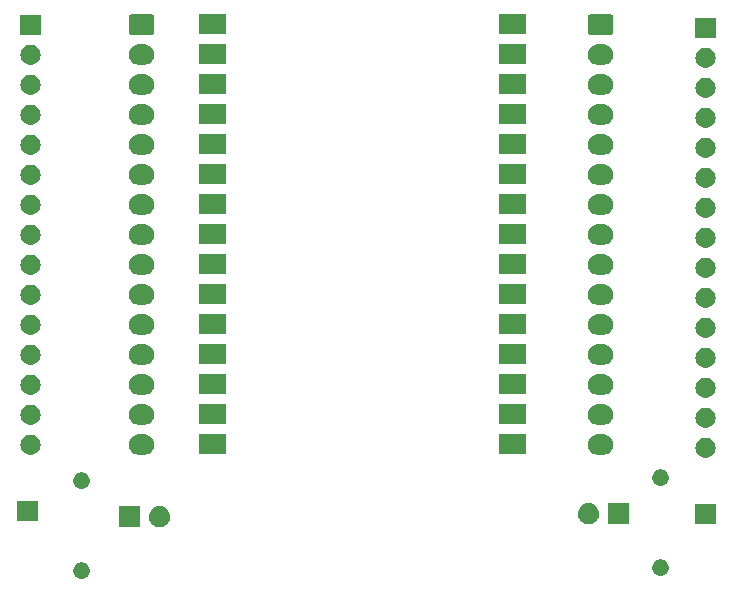
<source format=gbs>
%TF.GenerationSoftware,KiCad,Pcbnew,8.0.7*%
%TF.CreationDate,2025-01-22T20:40:04+05:30*%
%TF.ProjectId,Esp_Test,4573705f-5465-4737-942e-6b696361645f,rev?*%
%TF.SameCoordinates,Original*%
%TF.FileFunction,Soldermask,Bot*%
%TF.FilePolarity,Negative*%
%FSLAX46Y46*%
G04 Gerber Fmt 4.6, Leading zero omitted, Abs format (unit mm)*
G04 Created by KiCad (PCBNEW 8.0.7) date 2025-01-22 20:40:04*
%MOMM*%
%LPD*%
G01*
G04 APERTURE LIST*
G04 APERTURE END LIST*
G36*
X202733933Y-85411104D02*
G01*
X202776376Y-85411104D01*
X202812119Y-85419914D01*
X202847680Y-85423921D01*
X202893679Y-85440017D01*
X202940223Y-85451489D01*
X202967745Y-85465933D01*
X202995553Y-85475664D01*
X203042549Y-85505193D01*
X203089645Y-85529911D01*
X203108568Y-85546675D01*
X203128205Y-85559014D01*
X203172541Y-85603350D01*
X203215958Y-85641814D01*
X203226994Y-85657803D01*
X203238985Y-85669794D01*
X203276680Y-85729786D01*
X203311819Y-85780694D01*
X203316617Y-85793346D01*
X203322335Y-85802446D01*
X203349370Y-85879710D01*
X203371659Y-85938479D01*
X203372575Y-85946024D01*
X203374078Y-85950319D01*
X203386723Y-86062543D01*
X203392000Y-86106000D01*
X203386722Y-86149459D01*
X203374078Y-86261680D01*
X203372575Y-86265974D01*
X203371659Y-86273521D01*
X203349366Y-86332301D01*
X203322335Y-86409553D01*
X203316618Y-86418650D01*
X203311819Y-86431306D01*
X203276673Y-86482223D01*
X203238985Y-86542205D01*
X203226997Y-86554192D01*
X203215958Y-86570186D01*
X203172532Y-86608657D01*
X203128205Y-86652985D01*
X203108572Y-86665320D01*
X203089645Y-86682089D01*
X203042540Y-86706811D01*
X202995553Y-86736335D01*
X202967750Y-86746063D01*
X202940223Y-86760511D01*
X202893670Y-86771985D01*
X202847680Y-86788078D01*
X202812126Y-86792084D01*
X202776376Y-86800896D01*
X202733924Y-86800896D01*
X202692000Y-86805620D01*
X202650076Y-86800896D01*
X202607624Y-86800896D01*
X202571873Y-86792084D01*
X202536319Y-86788078D01*
X202490326Y-86771984D01*
X202443777Y-86760511D01*
X202416251Y-86746064D01*
X202388446Y-86736335D01*
X202341453Y-86706808D01*
X202294355Y-86682089D01*
X202275430Y-86665323D01*
X202255794Y-86652985D01*
X202211458Y-86608649D01*
X202168042Y-86570186D01*
X202157005Y-86554196D01*
X202145014Y-86542205D01*
X202107315Y-86482207D01*
X202072181Y-86431306D01*
X202067383Y-86418654D01*
X202061664Y-86409553D01*
X202034620Y-86332267D01*
X202012341Y-86273521D01*
X202011425Y-86265978D01*
X202009921Y-86261680D01*
X201997263Y-86149345D01*
X201992000Y-86106000D01*
X201997262Y-86062658D01*
X202009921Y-85950319D01*
X202011425Y-85946019D01*
X202012341Y-85938479D01*
X202034616Y-85879744D01*
X202061664Y-85802446D01*
X202067384Y-85793342D01*
X202072181Y-85780694D01*
X202107308Y-85729802D01*
X202145014Y-85669794D01*
X202157007Y-85657800D01*
X202168042Y-85641814D01*
X202211449Y-85603358D01*
X202255794Y-85559014D01*
X202275433Y-85546673D01*
X202294355Y-85529911D01*
X202341444Y-85505196D01*
X202388446Y-85475664D01*
X202416256Y-85465932D01*
X202443777Y-85451489D01*
X202490316Y-85440017D01*
X202536319Y-85423921D01*
X202571881Y-85419913D01*
X202607624Y-85411104D01*
X202650067Y-85411104D01*
X202692000Y-85406379D01*
X202733933Y-85411104D01*
G37*
G36*
X251755933Y-85157104D02*
G01*
X251798376Y-85157104D01*
X251834119Y-85165914D01*
X251869680Y-85169921D01*
X251915679Y-85186017D01*
X251962223Y-85197489D01*
X251989745Y-85211933D01*
X252017553Y-85221664D01*
X252064549Y-85251193D01*
X252111645Y-85275911D01*
X252130568Y-85292675D01*
X252150205Y-85305014D01*
X252194541Y-85349350D01*
X252237958Y-85387814D01*
X252248994Y-85403803D01*
X252260985Y-85415794D01*
X252298680Y-85475786D01*
X252333819Y-85526694D01*
X252338617Y-85539346D01*
X252344335Y-85548446D01*
X252371370Y-85625710D01*
X252393659Y-85684479D01*
X252394575Y-85692024D01*
X252396078Y-85696319D01*
X252408723Y-85808543D01*
X252414000Y-85852000D01*
X252408722Y-85895459D01*
X252396078Y-86007680D01*
X252394575Y-86011974D01*
X252393659Y-86019521D01*
X252371366Y-86078301D01*
X252344335Y-86155553D01*
X252338618Y-86164650D01*
X252333819Y-86177306D01*
X252298673Y-86228223D01*
X252260985Y-86288205D01*
X252248997Y-86300192D01*
X252237958Y-86316186D01*
X252194532Y-86354657D01*
X252150205Y-86398985D01*
X252130572Y-86411320D01*
X252111645Y-86428089D01*
X252064540Y-86452811D01*
X252017553Y-86482335D01*
X251989750Y-86492063D01*
X251962223Y-86506511D01*
X251915670Y-86517985D01*
X251869680Y-86534078D01*
X251834126Y-86538084D01*
X251798376Y-86546896D01*
X251755924Y-86546896D01*
X251714000Y-86551620D01*
X251672076Y-86546896D01*
X251629624Y-86546896D01*
X251593873Y-86538084D01*
X251558319Y-86534078D01*
X251512326Y-86517984D01*
X251465777Y-86506511D01*
X251438251Y-86492064D01*
X251410446Y-86482335D01*
X251363453Y-86452808D01*
X251316355Y-86428089D01*
X251297430Y-86411323D01*
X251277794Y-86398985D01*
X251233458Y-86354649D01*
X251190042Y-86316186D01*
X251179005Y-86300196D01*
X251167014Y-86288205D01*
X251129315Y-86228207D01*
X251094181Y-86177306D01*
X251089383Y-86164654D01*
X251083664Y-86155553D01*
X251056620Y-86078267D01*
X251034341Y-86019521D01*
X251033425Y-86011978D01*
X251031921Y-86007680D01*
X251019263Y-85895345D01*
X251014000Y-85852000D01*
X251019262Y-85808658D01*
X251031921Y-85696319D01*
X251033425Y-85692019D01*
X251034341Y-85684479D01*
X251056616Y-85625744D01*
X251083664Y-85548446D01*
X251089384Y-85539342D01*
X251094181Y-85526694D01*
X251129308Y-85475802D01*
X251167014Y-85415794D01*
X251179007Y-85403800D01*
X251190042Y-85387814D01*
X251233449Y-85349358D01*
X251277794Y-85305014D01*
X251297433Y-85292673D01*
X251316355Y-85275911D01*
X251363444Y-85251196D01*
X251410446Y-85221664D01*
X251438256Y-85211932D01*
X251465777Y-85197489D01*
X251512316Y-85186017D01*
X251558319Y-85169921D01*
X251593881Y-85165913D01*
X251629624Y-85157104D01*
X251672067Y-85157104D01*
X251714000Y-85152379D01*
X251755933Y-85157104D01*
G37*
G36*
X207651000Y-82434000D02*
G01*
X205851000Y-82434000D01*
X205851000Y-80634000D01*
X207651000Y-80634000D01*
X207651000Y-82434000D01*
G37*
G36*
X209338113Y-80638930D02*
G01*
X209385076Y-80638930D01*
X209425622Y-80647548D01*
X209466526Y-80651577D01*
X209517916Y-80667166D01*
X209569115Y-80678049D01*
X209601879Y-80692636D01*
X209635304Y-80702776D01*
X209688420Y-80731166D01*
X209741000Y-80754577D01*
X209765445Y-80772337D01*
X209790849Y-80785916D01*
X209842669Y-80828444D01*
X209893218Y-80865170D01*
X209909631Y-80883398D01*
X209927190Y-80897809D01*
X209974379Y-80955308D01*
X210019115Y-81004993D01*
X210028512Y-81021269D01*
X210039083Y-81034150D01*
X210078183Y-81107302D01*
X210113191Y-81167937D01*
X210117218Y-81180331D01*
X210122223Y-81189695D01*
X210149821Y-81280672D01*
X210171333Y-81346879D01*
X210172090Y-81354082D01*
X210173422Y-81358473D01*
X210186377Y-81490021D01*
X210191000Y-81534000D01*
X210186377Y-81577982D01*
X210173422Y-81709526D01*
X210172090Y-81713916D01*
X210171333Y-81721121D01*
X210149816Y-81787341D01*
X210122223Y-81878304D01*
X210117219Y-81887665D01*
X210113191Y-81900063D01*
X210078176Y-81960709D01*
X210039083Y-82033849D01*
X210028514Y-82046726D01*
X210019115Y-82063007D01*
X209974369Y-82112701D01*
X209927190Y-82170190D01*
X209909634Y-82184597D01*
X209893218Y-82202830D01*
X209842659Y-82239563D01*
X209790849Y-82282083D01*
X209765450Y-82295658D01*
X209741000Y-82313423D01*
X209688408Y-82336838D01*
X209635304Y-82365223D01*
X209601886Y-82375360D01*
X209569115Y-82389951D01*
X209517905Y-82400836D01*
X209466526Y-82416422D01*
X209425631Y-82420449D01*
X209385076Y-82429070D01*
X209338103Y-82429070D01*
X209291000Y-82433709D01*
X209243897Y-82429070D01*
X209196924Y-82429070D01*
X209156368Y-82420449D01*
X209115473Y-82416422D01*
X209064091Y-82400835D01*
X209012885Y-82389951D01*
X208980115Y-82375361D01*
X208946695Y-82365223D01*
X208893585Y-82336835D01*
X208841000Y-82313423D01*
X208816552Y-82295660D01*
X208791150Y-82282083D01*
X208739332Y-82239556D01*
X208688782Y-82202830D01*
X208672368Y-82184600D01*
X208654809Y-82170190D01*
X208607618Y-82112688D01*
X208562885Y-82063007D01*
X208553487Y-82046730D01*
X208542916Y-82033849D01*
X208503810Y-81960686D01*
X208468809Y-81900063D01*
X208464782Y-81887670D01*
X208459776Y-81878304D01*
X208432168Y-81787294D01*
X208410667Y-81721121D01*
X208409910Y-81713921D01*
X208408577Y-81709526D01*
X208395606Y-81577831D01*
X208391000Y-81534000D01*
X208395606Y-81490172D01*
X208408577Y-81358473D01*
X208409910Y-81354077D01*
X208410667Y-81346879D01*
X208432163Y-81280719D01*
X208459776Y-81189695D01*
X208464783Y-81180327D01*
X208468809Y-81167937D01*
X208503802Y-81107326D01*
X208542916Y-81034150D01*
X208553489Y-81021265D01*
X208562885Y-81004993D01*
X208607609Y-80955321D01*
X208654809Y-80897809D01*
X208672371Y-80883395D01*
X208688782Y-80865170D01*
X208739321Y-80828450D01*
X208791150Y-80785916D01*
X208816557Y-80772335D01*
X208841000Y-80754577D01*
X208893573Y-80731169D01*
X208946695Y-80702776D01*
X208980122Y-80692635D01*
X209012885Y-80678049D01*
X209064080Y-80667166D01*
X209115473Y-80651577D01*
X209156377Y-80647548D01*
X209196924Y-80638930D01*
X209243887Y-80638930D01*
X209291000Y-80634290D01*
X209338113Y-80638930D01*
G37*
G36*
X249058000Y-82180000D02*
G01*
X247258000Y-82180000D01*
X247258000Y-80380000D01*
X249058000Y-80380000D01*
X249058000Y-82180000D01*
G37*
G36*
X245665113Y-80384930D02*
G01*
X245712076Y-80384930D01*
X245752622Y-80393548D01*
X245793526Y-80397577D01*
X245844916Y-80413166D01*
X245896115Y-80424049D01*
X245928879Y-80438636D01*
X245962304Y-80448776D01*
X246015420Y-80477166D01*
X246068000Y-80500577D01*
X246092445Y-80518337D01*
X246117849Y-80531916D01*
X246169669Y-80574444D01*
X246220218Y-80611170D01*
X246236631Y-80629398D01*
X246254190Y-80643809D01*
X246301379Y-80701308D01*
X246346115Y-80750993D01*
X246355512Y-80767269D01*
X246366083Y-80780150D01*
X246405183Y-80853302D01*
X246440191Y-80913937D01*
X246444218Y-80926331D01*
X246449223Y-80935695D01*
X246476821Y-81026672D01*
X246498333Y-81092879D01*
X246499090Y-81100082D01*
X246500422Y-81104473D01*
X246513377Y-81236021D01*
X246518000Y-81280000D01*
X246513377Y-81323982D01*
X246500422Y-81455526D01*
X246499090Y-81459916D01*
X246498333Y-81467121D01*
X246476816Y-81533341D01*
X246449223Y-81624304D01*
X246444219Y-81633665D01*
X246440191Y-81646063D01*
X246405176Y-81706709D01*
X246366083Y-81779849D01*
X246355514Y-81792726D01*
X246346115Y-81809007D01*
X246301369Y-81858701D01*
X246254190Y-81916190D01*
X246236634Y-81930597D01*
X246220218Y-81948830D01*
X246169659Y-81985563D01*
X246117849Y-82028083D01*
X246092450Y-82041658D01*
X246068000Y-82059423D01*
X246015408Y-82082838D01*
X245962304Y-82111223D01*
X245928886Y-82121360D01*
X245896115Y-82135951D01*
X245844905Y-82146836D01*
X245793526Y-82162422D01*
X245752631Y-82166449D01*
X245712076Y-82175070D01*
X245665103Y-82175070D01*
X245618000Y-82179709D01*
X245570897Y-82175070D01*
X245523924Y-82175070D01*
X245483368Y-82166449D01*
X245442473Y-82162422D01*
X245391091Y-82146835D01*
X245339885Y-82135951D01*
X245307115Y-82121361D01*
X245273695Y-82111223D01*
X245220585Y-82082835D01*
X245168000Y-82059423D01*
X245143552Y-82041660D01*
X245118150Y-82028083D01*
X245066332Y-81985556D01*
X245015782Y-81948830D01*
X244999368Y-81930600D01*
X244981809Y-81916190D01*
X244934618Y-81858688D01*
X244889885Y-81809007D01*
X244880487Y-81792730D01*
X244869916Y-81779849D01*
X244830810Y-81706686D01*
X244795809Y-81646063D01*
X244791782Y-81633670D01*
X244786776Y-81624304D01*
X244759168Y-81533294D01*
X244737667Y-81467121D01*
X244736910Y-81459921D01*
X244735577Y-81455526D01*
X244722606Y-81323831D01*
X244718000Y-81280000D01*
X244722606Y-81236172D01*
X244735577Y-81104473D01*
X244736910Y-81100077D01*
X244737667Y-81092879D01*
X244759163Y-81026719D01*
X244786776Y-80935695D01*
X244791783Y-80926327D01*
X244795809Y-80913937D01*
X244830802Y-80853326D01*
X244869916Y-80780150D01*
X244880489Y-80767265D01*
X244889885Y-80750993D01*
X244934609Y-80701321D01*
X244981809Y-80643809D01*
X244999371Y-80629395D01*
X245015782Y-80611170D01*
X245066321Y-80574450D01*
X245118150Y-80531916D01*
X245143557Y-80518335D01*
X245168000Y-80500577D01*
X245220573Y-80477169D01*
X245273695Y-80448776D01*
X245307122Y-80438635D01*
X245339885Y-80424049D01*
X245391080Y-80413166D01*
X245442473Y-80397577D01*
X245483377Y-80393548D01*
X245523924Y-80384930D01*
X245570887Y-80384930D01*
X245618000Y-80380290D01*
X245665113Y-80384930D01*
G37*
G36*
X256374000Y-82130000D02*
G01*
X254674000Y-82130000D01*
X254674000Y-80430000D01*
X256374000Y-80430000D01*
X256374000Y-82130000D01*
G37*
G36*
X198970000Y-81876000D02*
G01*
X197270000Y-81876000D01*
X197270000Y-80176000D01*
X198970000Y-80176000D01*
X198970000Y-81876000D01*
G37*
G36*
X202733933Y-77791104D02*
G01*
X202776376Y-77791104D01*
X202812119Y-77799914D01*
X202847680Y-77803921D01*
X202893679Y-77820017D01*
X202940223Y-77831489D01*
X202967745Y-77845933D01*
X202995553Y-77855664D01*
X203042549Y-77885193D01*
X203089645Y-77909911D01*
X203108568Y-77926675D01*
X203128205Y-77939014D01*
X203172541Y-77983350D01*
X203215958Y-78021814D01*
X203226994Y-78037803D01*
X203238985Y-78049794D01*
X203276680Y-78109786D01*
X203311819Y-78160694D01*
X203316617Y-78173346D01*
X203322335Y-78182446D01*
X203349370Y-78259710D01*
X203371659Y-78318479D01*
X203372575Y-78326024D01*
X203374078Y-78330319D01*
X203386723Y-78442543D01*
X203392000Y-78486000D01*
X203386722Y-78529459D01*
X203374078Y-78641680D01*
X203372575Y-78645974D01*
X203371659Y-78653521D01*
X203349366Y-78712301D01*
X203322335Y-78789553D01*
X203316618Y-78798650D01*
X203311819Y-78811306D01*
X203276673Y-78862223D01*
X203238985Y-78922205D01*
X203226997Y-78934192D01*
X203215958Y-78950186D01*
X203172532Y-78988657D01*
X203128205Y-79032985D01*
X203108572Y-79045320D01*
X203089645Y-79062089D01*
X203042540Y-79086811D01*
X202995553Y-79116335D01*
X202967750Y-79126063D01*
X202940223Y-79140511D01*
X202893670Y-79151985D01*
X202847680Y-79168078D01*
X202812126Y-79172084D01*
X202776376Y-79180896D01*
X202733924Y-79180896D01*
X202692000Y-79185620D01*
X202650076Y-79180896D01*
X202607624Y-79180896D01*
X202571873Y-79172084D01*
X202536319Y-79168078D01*
X202490326Y-79151984D01*
X202443777Y-79140511D01*
X202416251Y-79126064D01*
X202388446Y-79116335D01*
X202341453Y-79086808D01*
X202294355Y-79062089D01*
X202275430Y-79045323D01*
X202255794Y-79032985D01*
X202211458Y-78988649D01*
X202168042Y-78950186D01*
X202157005Y-78934196D01*
X202145014Y-78922205D01*
X202107315Y-78862207D01*
X202072181Y-78811306D01*
X202067383Y-78798654D01*
X202061664Y-78789553D01*
X202034620Y-78712267D01*
X202012341Y-78653521D01*
X202011425Y-78645978D01*
X202009921Y-78641680D01*
X201997263Y-78529345D01*
X201992000Y-78486000D01*
X201997262Y-78442658D01*
X202009921Y-78330319D01*
X202011425Y-78326019D01*
X202012341Y-78318479D01*
X202034616Y-78259744D01*
X202061664Y-78182446D01*
X202067384Y-78173342D01*
X202072181Y-78160694D01*
X202107308Y-78109802D01*
X202145014Y-78049794D01*
X202157007Y-78037800D01*
X202168042Y-78021814D01*
X202211449Y-77983358D01*
X202255794Y-77939014D01*
X202275433Y-77926673D01*
X202294355Y-77909911D01*
X202341444Y-77885196D01*
X202388446Y-77855664D01*
X202416256Y-77845932D01*
X202443777Y-77831489D01*
X202490316Y-77820017D01*
X202536319Y-77803921D01*
X202571881Y-77799913D01*
X202607624Y-77791104D01*
X202650067Y-77791104D01*
X202692000Y-77786379D01*
X202733933Y-77791104D01*
G37*
G36*
X251755933Y-77537104D02*
G01*
X251798376Y-77537104D01*
X251834119Y-77545914D01*
X251869680Y-77549921D01*
X251915679Y-77566017D01*
X251962223Y-77577489D01*
X251989745Y-77591933D01*
X252017553Y-77601664D01*
X252064549Y-77631193D01*
X252111645Y-77655911D01*
X252130568Y-77672675D01*
X252150205Y-77685014D01*
X252194541Y-77729350D01*
X252237958Y-77767814D01*
X252248994Y-77783803D01*
X252260985Y-77795794D01*
X252298680Y-77855786D01*
X252333819Y-77906694D01*
X252338617Y-77919346D01*
X252344335Y-77928446D01*
X252371370Y-78005710D01*
X252393659Y-78064479D01*
X252394575Y-78072024D01*
X252396078Y-78076319D01*
X252408723Y-78188543D01*
X252414000Y-78232000D01*
X252408722Y-78275459D01*
X252396078Y-78387680D01*
X252394575Y-78391974D01*
X252393659Y-78399521D01*
X252371366Y-78458301D01*
X252344335Y-78535553D01*
X252338618Y-78544650D01*
X252333819Y-78557306D01*
X252298673Y-78608223D01*
X252260985Y-78668205D01*
X252248997Y-78680192D01*
X252237958Y-78696186D01*
X252194532Y-78734657D01*
X252150205Y-78778985D01*
X252130572Y-78791320D01*
X252111645Y-78808089D01*
X252064540Y-78832811D01*
X252017553Y-78862335D01*
X251989750Y-78872063D01*
X251962223Y-78886511D01*
X251915670Y-78897985D01*
X251869680Y-78914078D01*
X251834126Y-78918084D01*
X251798376Y-78926896D01*
X251755924Y-78926896D01*
X251714000Y-78931620D01*
X251672076Y-78926896D01*
X251629624Y-78926896D01*
X251593873Y-78918084D01*
X251558319Y-78914078D01*
X251512326Y-78897984D01*
X251465777Y-78886511D01*
X251438251Y-78872064D01*
X251410446Y-78862335D01*
X251363453Y-78832808D01*
X251316355Y-78808089D01*
X251297430Y-78791323D01*
X251277794Y-78778985D01*
X251233458Y-78734649D01*
X251190042Y-78696186D01*
X251179005Y-78680196D01*
X251167014Y-78668205D01*
X251129315Y-78608207D01*
X251094181Y-78557306D01*
X251089383Y-78544654D01*
X251083664Y-78535553D01*
X251056620Y-78458267D01*
X251034341Y-78399521D01*
X251033425Y-78391978D01*
X251031921Y-78387680D01*
X251019263Y-78275345D01*
X251014000Y-78232000D01*
X251019262Y-78188658D01*
X251031921Y-78076319D01*
X251033425Y-78072019D01*
X251034341Y-78064479D01*
X251056616Y-78005744D01*
X251083664Y-77928446D01*
X251089384Y-77919342D01*
X251094181Y-77906694D01*
X251129308Y-77855802D01*
X251167014Y-77795794D01*
X251179007Y-77783800D01*
X251190042Y-77767814D01*
X251233449Y-77729358D01*
X251277794Y-77685014D01*
X251297433Y-77672673D01*
X251316355Y-77655911D01*
X251363444Y-77631196D01*
X251410446Y-77601664D01*
X251438256Y-77591932D01*
X251465777Y-77577489D01*
X251512316Y-77566017D01*
X251558319Y-77549921D01*
X251593881Y-77545913D01*
X251629624Y-77537104D01*
X251672067Y-77537104D01*
X251714000Y-77532379D01*
X251755933Y-77537104D01*
G37*
G36*
X255786664Y-74883602D02*
G01*
X255949000Y-74955878D01*
X256092761Y-75060327D01*
X256211664Y-75192383D01*
X256300514Y-75346274D01*
X256355425Y-75515275D01*
X256374000Y-75692000D01*
X256355425Y-75868725D01*
X256300514Y-76037726D01*
X256211664Y-76191617D01*
X256092761Y-76323673D01*
X255949000Y-76428122D01*
X255786664Y-76500398D01*
X255612849Y-76537344D01*
X255435151Y-76537344D01*
X255261336Y-76500398D01*
X255099000Y-76428122D01*
X254955239Y-76323673D01*
X254836336Y-76191617D01*
X254747486Y-76037726D01*
X254692575Y-75868725D01*
X254674000Y-75692000D01*
X254692575Y-75515275D01*
X254747486Y-75346274D01*
X254836336Y-75192383D01*
X254955239Y-75060327D01*
X255099000Y-74955878D01*
X255261336Y-74883602D01*
X255435151Y-74846656D01*
X255612849Y-74846656D01*
X255786664Y-74883602D01*
G37*
G36*
X208082275Y-74572189D02*
G01*
X208249548Y-74605462D01*
X208407115Y-74670729D01*
X208548922Y-74765481D01*
X208669519Y-74886078D01*
X208764271Y-75027885D01*
X208829538Y-75185452D01*
X208862811Y-75352725D01*
X208862811Y-75523275D01*
X208829538Y-75690548D01*
X208764271Y-75848115D01*
X208669519Y-75989922D01*
X208548922Y-76110519D01*
X208407115Y-76205271D01*
X208249548Y-76270538D01*
X208082275Y-76303811D01*
X207997000Y-76308000D01*
X207995522Y-76308000D01*
X207548478Y-76308000D01*
X207547000Y-76308000D01*
X207461725Y-76303811D01*
X207294452Y-76270538D01*
X207136885Y-76205271D01*
X206995078Y-76110519D01*
X206874481Y-75989922D01*
X206779729Y-75848115D01*
X206714462Y-75690548D01*
X206681189Y-75523275D01*
X206681189Y-75352725D01*
X206714462Y-75185452D01*
X206779729Y-75027885D01*
X206874481Y-74886078D01*
X206995078Y-74765481D01*
X207136885Y-74670729D01*
X207294452Y-74605462D01*
X207461725Y-74572189D01*
X207547000Y-74568000D01*
X207997000Y-74568000D01*
X208082275Y-74572189D01*
G37*
G36*
X246944275Y-74572189D02*
G01*
X247111548Y-74605462D01*
X247269115Y-74670729D01*
X247410922Y-74765481D01*
X247531519Y-74886078D01*
X247626271Y-75027885D01*
X247691538Y-75185452D01*
X247724811Y-75352725D01*
X247724811Y-75523275D01*
X247691538Y-75690548D01*
X247626271Y-75848115D01*
X247531519Y-75989922D01*
X247410922Y-76110519D01*
X247269115Y-76205271D01*
X247111548Y-76270538D01*
X246944275Y-76303811D01*
X246859000Y-76308000D01*
X246857522Y-76308000D01*
X246410478Y-76308000D01*
X246409000Y-76308000D01*
X246323725Y-76303811D01*
X246156452Y-76270538D01*
X245998885Y-76205271D01*
X245857078Y-76110519D01*
X245736481Y-75989922D01*
X245641729Y-75848115D01*
X245576462Y-75690548D01*
X245543189Y-75523275D01*
X245543189Y-75352725D01*
X245576462Y-75185452D01*
X245641729Y-75027885D01*
X245736481Y-74886078D01*
X245857078Y-74765481D01*
X245998885Y-74670729D01*
X246156452Y-74605462D01*
X246323725Y-74572189D01*
X246409000Y-74568000D01*
X246859000Y-74568000D01*
X246944275Y-74572189D01*
G37*
G36*
X198636664Y-74629602D02*
G01*
X198799000Y-74701878D01*
X198942761Y-74806327D01*
X199061664Y-74938383D01*
X199150514Y-75092274D01*
X199205425Y-75261275D01*
X199224000Y-75438000D01*
X199205425Y-75614725D01*
X199150514Y-75783726D01*
X199061664Y-75937617D01*
X198942761Y-76069673D01*
X198799000Y-76174122D01*
X198636664Y-76246398D01*
X198462849Y-76283344D01*
X198285151Y-76283344D01*
X198111336Y-76246398D01*
X197949000Y-76174122D01*
X197805239Y-76069673D01*
X197686336Y-75937617D01*
X197597486Y-75783726D01*
X197542575Y-75614725D01*
X197524000Y-75438000D01*
X197542575Y-75261275D01*
X197597486Y-75092274D01*
X197686336Y-74938383D01*
X197805239Y-74806327D01*
X197949000Y-74701878D01*
X198111336Y-74629602D01*
X198285151Y-74592656D01*
X198462849Y-74592656D01*
X198636664Y-74629602D01*
G37*
G36*
X214950000Y-76200000D02*
G01*
X212650000Y-76200000D01*
X212650000Y-74500000D01*
X214950000Y-74500000D01*
X214950000Y-76200000D01*
G37*
G36*
X240350000Y-76200000D02*
G01*
X238050000Y-76200000D01*
X238050000Y-74500000D01*
X240350000Y-74500000D01*
X240350000Y-76200000D01*
G37*
G36*
X255786664Y-72343602D02*
G01*
X255949000Y-72415878D01*
X256092761Y-72520327D01*
X256211664Y-72652383D01*
X256300514Y-72806274D01*
X256355425Y-72975275D01*
X256374000Y-73152000D01*
X256355425Y-73328725D01*
X256300514Y-73497726D01*
X256211664Y-73651617D01*
X256092761Y-73783673D01*
X255949000Y-73888122D01*
X255786664Y-73960398D01*
X255612849Y-73997344D01*
X255435151Y-73997344D01*
X255261336Y-73960398D01*
X255099000Y-73888122D01*
X254955239Y-73783673D01*
X254836336Y-73651617D01*
X254747486Y-73497726D01*
X254692575Y-73328725D01*
X254674000Y-73152000D01*
X254692575Y-72975275D01*
X254747486Y-72806274D01*
X254836336Y-72652383D01*
X254955239Y-72520327D01*
X255099000Y-72415878D01*
X255261336Y-72343602D01*
X255435151Y-72306656D01*
X255612849Y-72306656D01*
X255786664Y-72343602D01*
G37*
G36*
X208082275Y-72032189D02*
G01*
X208249548Y-72065462D01*
X208407115Y-72130729D01*
X208548922Y-72225481D01*
X208669519Y-72346078D01*
X208764271Y-72487885D01*
X208829538Y-72645452D01*
X208862811Y-72812725D01*
X208862811Y-72983275D01*
X208829538Y-73150548D01*
X208764271Y-73308115D01*
X208669519Y-73449922D01*
X208548922Y-73570519D01*
X208407115Y-73665271D01*
X208249548Y-73730538D01*
X208082275Y-73763811D01*
X207997000Y-73768000D01*
X207995522Y-73768000D01*
X207548478Y-73768000D01*
X207547000Y-73768000D01*
X207461725Y-73763811D01*
X207294452Y-73730538D01*
X207136885Y-73665271D01*
X206995078Y-73570519D01*
X206874481Y-73449922D01*
X206779729Y-73308115D01*
X206714462Y-73150548D01*
X206681189Y-72983275D01*
X206681189Y-72812725D01*
X206714462Y-72645452D01*
X206779729Y-72487885D01*
X206874481Y-72346078D01*
X206995078Y-72225481D01*
X207136885Y-72130729D01*
X207294452Y-72065462D01*
X207461725Y-72032189D01*
X207547000Y-72028000D01*
X207997000Y-72028000D01*
X208082275Y-72032189D01*
G37*
G36*
X246944275Y-72032189D02*
G01*
X247111548Y-72065462D01*
X247269115Y-72130729D01*
X247410922Y-72225481D01*
X247531519Y-72346078D01*
X247626271Y-72487885D01*
X247691538Y-72645452D01*
X247724811Y-72812725D01*
X247724811Y-72983275D01*
X247691538Y-73150548D01*
X247626271Y-73308115D01*
X247531519Y-73449922D01*
X247410922Y-73570519D01*
X247269115Y-73665271D01*
X247111548Y-73730538D01*
X246944275Y-73763811D01*
X246859000Y-73768000D01*
X246857522Y-73768000D01*
X246410478Y-73768000D01*
X246409000Y-73768000D01*
X246323725Y-73763811D01*
X246156452Y-73730538D01*
X245998885Y-73665271D01*
X245857078Y-73570519D01*
X245736481Y-73449922D01*
X245641729Y-73308115D01*
X245576462Y-73150548D01*
X245543189Y-72983275D01*
X245543189Y-72812725D01*
X245576462Y-72645452D01*
X245641729Y-72487885D01*
X245736481Y-72346078D01*
X245857078Y-72225481D01*
X245998885Y-72130729D01*
X246156452Y-72065462D01*
X246323725Y-72032189D01*
X246409000Y-72028000D01*
X246859000Y-72028000D01*
X246944275Y-72032189D01*
G37*
G36*
X198636664Y-72089602D02*
G01*
X198799000Y-72161878D01*
X198942761Y-72266327D01*
X199061664Y-72398383D01*
X199150514Y-72552274D01*
X199205425Y-72721275D01*
X199224000Y-72898000D01*
X199205425Y-73074725D01*
X199150514Y-73243726D01*
X199061664Y-73397617D01*
X198942761Y-73529673D01*
X198799000Y-73634122D01*
X198636664Y-73706398D01*
X198462849Y-73743344D01*
X198285151Y-73743344D01*
X198111336Y-73706398D01*
X197949000Y-73634122D01*
X197805239Y-73529673D01*
X197686336Y-73397617D01*
X197597486Y-73243726D01*
X197542575Y-73074725D01*
X197524000Y-72898000D01*
X197542575Y-72721275D01*
X197597486Y-72552274D01*
X197686336Y-72398383D01*
X197805239Y-72266327D01*
X197949000Y-72161878D01*
X198111336Y-72089602D01*
X198285151Y-72052656D01*
X198462849Y-72052656D01*
X198636664Y-72089602D01*
G37*
G36*
X214950000Y-73660000D02*
G01*
X212650000Y-73660000D01*
X212650000Y-71960000D01*
X214950000Y-71960000D01*
X214950000Y-73660000D01*
G37*
G36*
X240350000Y-73660000D02*
G01*
X238050000Y-73660000D01*
X238050000Y-71960000D01*
X240350000Y-71960000D01*
X240350000Y-73660000D01*
G37*
G36*
X255786664Y-69803602D02*
G01*
X255949000Y-69875878D01*
X256092761Y-69980327D01*
X256211664Y-70112383D01*
X256300514Y-70266274D01*
X256355425Y-70435275D01*
X256374000Y-70612000D01*
X256355425Y-70788725D01*
X256300514Y-70957726D01*
X256211664Y-71111617D01*
X256092761Y-71243673D01*
X255949000Y-71348122D01*
X255786664Y-71420398D01*
X255612849Y-71457344D01*
X255435151Y-71457344D01*
X255261336Y-71420398D01*
X255099000Y-71348122D01*
X254955239Y-71243673D01*
X254836336Y-71111617D01*
X254747486Y-70957726D01*
X254692575Y-70788725D01*
X254674000Y-70612000D01*
X254692575Y-70435275D01*
X254747486Y-70266274D01*
X254836336Y-70112383D01*
X254955239Y-69980327D01*
X255099000Y-69875878D01*
X255261336Y-69803602D01*
X255435151Y-69766656D01*
X255612849Y-69766656D01*
X255786664Y-69803602D01*
G37*
G36*
X208082275Y-69492189D02*
G01*
X208249548Y-69525462D01*
X208407115Y-69590729D01*
X208548922Y-69685481D01*
X208669519Y-69806078D01*
X208764271Y-69947885D01*
X208829538Y-70105452D01*
X208862811Y-70272725D01*
X208862811Y-70443275D01*
X208829538Y-70610548D01*
X208764271Y-70768115D01*
X208669519Y-70909922D01*
X208548922Y-71030519D01*
X208407115Y-71125271D01*
X208249548Y-71190538D01*
X208082275Y-71223811D01*
X207997000Y-71228000D01*
X207995522Y-71228000D01*
X207548478Y-71228000D01*
X207547000Y-71228000D01*
X207461725Y-71223811D01*
X207294452Y-71190538D01*
X207136885Y-71125271D01*
X206995078Y-71030519D01*
X206874481Y-70909922D01*
X206779729Y-70768115D01*
X206714462Y-70610548D01*
X206681189Y-70443275D01*
X206681189Y-70272725D01*
X206714462Y-70105452D01*
X206779729Y-69947885D01*
X206874481Y-69806078D01*
X206995078Y-69685481D01*
X207136885Y-69590729D01*
X207294452Y-69525462D01*
X207461725Y-69492189D01*
X207547000Y-69488000D01*
X207997000Y-69488000D01*
X208082275Y-69492189D01*
G37*
G36*
X246944275Y-69492189D02*
G01*
X247111548Y-69525462D01*
X247269115Y-69590729D01*
X247410922Y-69685481D01*
X247531519Y-69806078D01*
X247626271Y-69947885D01*
X247691538Y-70105452D01*
X247724811Y-70272725D01*
X247724811Y-70443275D01*
X247691538Y-70610548D01*
X247626271Y-70768115D01*
X247531519Y-70909922D01*
X247410922Y-71030519D01*
X247269115Y-71125271D01*
X247111548Y-71190538D01*
X246944275Y-71223811D01*
X246859000Y-71228000D01*
X246857522Y-71228000D01*
X246410478Y-71228000D01*
X246409000Y-71228000D01*
X246323725Y-71223811D01*
X246156452Y-71190538D01*
X245998885Y-71125271D01*
X245857078Y-71030519D01*
X245736481Y-70909922D01*
X245641729Y-70768115D01*
X245576462Y-70610548D01*
X245543189Y-70443275D01*
X245543189Y-70272725D01*
X245576462Y-70105452D01*
X245641729Y-69947885D01*
X245736481Y-69806078D01*
X245857078Y-69685481D01*
X245998885Y-69590729D01*
X246156452Y-69525462D01*
X246323725Y-69492189D01*
X246409000Y-69488000D01*
X246859000Y-69488000D01*
X246944275Y-69492189D01*
G37*
G36*
X198636664Y-69549602D02*
G01*
X198799000Y-69621878D01*
X198942761Y-69726327D01*
X199061664Y-69858383D01*
X199150514Y-70012274D01*
X199205425Y-70181275D01*
X199224000Y-70358000D01*
X199205425Y-70534725D01*
X199150514Y-70703726D01*
X199061664Y-70857617D01*
X198942761Y-70989673D01*
X198799000Y-71094122D01*
X198636664Y-71166398D01*
X198462849Y-71203344D01*
X198285151Y-71203344D01*
X198111336Y-71166398D01*
X197949000Y-71094122D01*
X197805239Y-70989673D01*
X197686336Y-70857617D01*
X197597486Y-70703726D01*
X197542575Y-70534725D01*
X197524000Y-70358000D01*
X197542575Y-70181275D01*
X197597486Y-70012274D01*
X197686336Y-69858383D01*
X197805239Y-69726327D01*
X197949000Y-69621878D01*
X198111336Y-69549602D01*
X198285151Y-69512656D01*
X198462849Y-69512656D01*
X198636664Y-69549602D01*
G37*
G36*
X214950000Y-71120000D02*
G01*
X212650000Y-71120000D01*
X212650000Y-69420000D01*
X214950000Y-69420000D01*
X214950000Y-71120000D01*
G37*
G36*
X240350000Y-71120000D02*
G01*
X238050000Y-71120000D01*
X238050000Y-69420000D01*
X240350000Y-69420000D01*
X240350000Y-71120000D01*
G37*
G36*
X255786664Y-67263602D02*
G01*
X255949000Y-67335878D01*
X256092761Y-67440327D01*
X256211664Y-67572383D01*
X256300514Y-67726274D01*
X256355425Y-67895275D01*
X256374000Y-68072000D01*
X256355425Y-68248725D01*
X256300514Y-68417726D01*
X256211664Y-68571617D01*
X256092761Y-68703673D01*
X255949000Y-68808122D01*
X255786664Y-68880398D01*
X255612849Y-68917344D01*
X255435151Y-68917344D01*
X255261336Y-68880398D01*
X255099000Y-68808122D01*
X254955239Y-68703673D01*
X254836336Y-68571617D01*
X254747486Y-68417726D01*
X254692575Y-68248725D01*
X254674000Y-68072000D01*
X254692575Y-67895275D01*
X254747486Y-67726274D01*
X254836336Y-67572383D01*
X254955239Y-67440327D01*
X255099000Y-67335878D01*
X255261336Y-67263602D01*
X255435151Y-67226656D01*
X255612849Y-67226656D01*
X255786664Y-67263602D01*
G37*
G36*
X208082275Y-66952189D02*
G01*
X208249548Y-66985462D01*
X208407115Y-67050729D01*
X208548922Y-67145481D01*
X208669519Y-67266078D01*
X208764271Y-67407885D01*
X208829538Y-67565452D01*
X208862811Y-67732725D01*
X208862811Y-67903275D01*
X208829538Y-68070548D01*
X208764271Y-68228115D01*
X208669519Y-68369922D01*
X208548922Y-68490519D01*
X208407115Y-68585271D01*
X208249548Y-68650538D01*
X208082275Y-68683811D01*
X207997000Y-68688000D01*
X207995522Y-68688000D01*
X207548478Y-68688000D01*
X207547000Y-68688000D01*
X207461725Y-68683811D01*
X207294452Y-68650538D01*
X207136885Y-68585271D01*
X206995078Y-68490519D01*
X206874481Y-68369922D01*
X206779729Y-68228115D01*
X206714462Y-68070548D01*
X206681189Y-67903275D01*
X206681189Y-67732725D01*
X206714462Y-67565452D01*
X206779729Y-67407885D01*
X206874481Y-67266078D01*
X206995078Y-67145481D01*
X207136885Y-67050729D01*
X207294452Y-66985462D01*
X207461725Y-66952189D01*
X207547000Y-66948000D01*
X207997000Y-66948000D01*
X208082275Y-66952189D01*
G37*
G36*
X246944275Y-66952189D02*
G01*
X247111548Y-66985462D01*
X247269115Y-67050729D01*
X247410922Y-67145481D01*
X247531519Y-67266078D01*
X247626271Y-67407885D01*
X247691538Y-67565452D01*
X247724811Y-67732725D01*
X247724811Y-67903275D01*
X247691538Y-68070548D01*
X247626271Y-68228115D01*
X247531519Y-68369922D01*
X247410922Y-68490519D01*
X247269115Y-68585271D01*
X247111548Y-68650538D01*
X246944275Y-68683811D01*
X246859000Y-68688000D01*
X246857522Y-68688000D01*
X246410478Y-68688000D01*
X246409000Y-68688000D01*
X246323725Y-68683811D01*
X246156452Y-68650538D01*
X245998885Y-68585271D01*
X245857078Y-68490519D01*
X245736481Y-68369922D01*
X245641729Y-68228115D01*
X245576462Y-68070548D01*
X245543189Y-67903275D01*
X245543189Y-67732725D01*
X245576462Y-67565452D01*
X245641729Y-67407885D01*
X245736481Y-67266078D01*
X245857078Y-67145481D01*
X245998885Y-67050729D01*
X246156452Y-66985462D01*
X246323725Y-66952189D01*
X246409000Y-66948000D01*
X246859000Y-66948000D01*
X246944275Y-66952189D01*
G37*
G36*
X198636664Y-67009602D02*
G01*
X198799000Y-67081878D01*
X198942761Y-67186327D01*
X199061664Y-67318383D01*
X199150514Y-67472274D01*
X199205425Y-67641275D01*
X199224000Y-67818000D01*
X199205425Y-67994725D01*
X199150514Y-68163726D01*
X199061664Y-68317617D01*
X198942761Y-68449673D01*
X198799000Y-68554122D01*
X198636664Y-68626398D01*
X198462849Y-68663344D01*
X198285151Y-68663344D01*
X198111336Y-68626398D01*
X197949000Y-68554122D01*
X197805239Y-68449673D01*
X197686336Y-68317617D01*
X197597486Y-68163726D01*
X197542575Y-67994725D01*
X197524000Y-67818000D01*
X197542575Y-67641275D01*
X197597486Y-67472274D01*
X197686336Y-67318383D01*
X197805239Y-67186327D01*
X197949000Y-67081878D01*
X198111336Y-67009602D01*
X198285151Y-66972656D01*
X198462849Y-66972656D01*
X198636664Y-67009602D01*
G37*
G36*
X214950000Y-68580000D02*
G01*
X212650000Y-68580000D01*
X212650000Y-66880000D01*
X214950000Y-66880000D01*
X214950000Y-68580000D01*
G37*
G36*
X240350000Y-68580000D02*
G01*
X238050000Y-68580000D01*
X238050000Y-66880000D01*
X240350000Y-66880000D01*
X240350000Y-68580000D01*
G37*
G36*
X255786664Y-64723602D02*
G01*
X255949000Y-64795878D01*
X256092761Y-64900327D01*
X256211664Y-65032383D01*
X256300514Y-65186274D01*
X256355425Y-65355275D01*
X256374000Y-65532000D01*
X256355425Y-65708725D01*
X256300514Y-65877726D01*
X256211664Y-66031617D01*
X256092761Y-66163673D01*
X255949000Y-66268122D01*
X255786664Y-66340398D01*
X255612849Y-66377344D01*
X255435151Y-66377344D01*
X255261336Y-66340398D01*
X255099000Y-66268122D01*
X254955239Y-66163673D01*
X254836336Y-66031617D01*
X254747486Y-65877726D01*
X254692575Y-65708725D01*
X254674000Y-65532000D01*
X254692575Y-65355275D01*
X254747486Y-65186274D01*
X254836336Y-65032383D01*
X254955239Y-64900327D01*
X255099000Y-64795878D01*
X255261336Y-64723602D01*
X255435151Y-64686656D01*
X255612849Y-64686656D01*
X255786664Y-64723602D01*
G37*
G36*
X208082275Y-64412189D02*
G01*
X208249548Y-64445462D01*
X208407115Y-64510729D01*
X208548922Y-64605481D01*
X208669519Y-64726078D01*
X208764271Y-64867885D01*
X208829538Y-65025452D01*
X208862811Y-65192725D01*
X208862811Y-65363275D01*
X208829538Y-65530548D01*
X208764271Y-65688115D01*
X208669519Y-65829922D01*
X208548922Y-65950519D01*
X208407115Y-66045271D01*
X208249548Y-66110538D01*
X208082275Y-66143811D01*
X207997000Y-66148000D01*
X207995522Y-66148000D01*
X207548478Y-66148000D01*
X207547000Y-66148000D01*
X207461725Y-66143811D01*
X207294452Y-66110538D01*
X207136885Y-66045271D01*
X206995078Y-65950519D01*
X206874481Y-65829922D01*
X206779729Y-65688115D01*
X206714462Y-65530548D01*
X206681189Y-65363275D01*
X206681189Y-65192725D01*
X206714462Y-65025452D01*
X206779729Y-64867885D01*
X206874481Y-64726078D01*
X206995078Y-64605481D01*
X207136885Y-64510729D01*
X207294452Y-64445462D01*
X207461725Y-64412189D01*
X207547000Y-64408000D01*
X207997000Y-64408000D01*
X208082275Y-64412189D01*
G37*
G36*
X246944275Y-64412189D02*
G01*
X247111548Y-64445462D01*
X247269115Y-64510729D01*
X247410922Y-64605481D01*
X247531519Y-64726078D01*
X247626271Y-64867885D01*
X247691538Y-65025452D01*
X247724811Y-65192725D01*
X247724811Y-65363275D01*
X247691538Y-65530548D01*
X247626271Y-65688115D01*
X247531519Y-65829922D01*
X247410922Y-65950519D01*
X247269115Y-66045271D01*
X247111548Y-66110538D01*
X246944275Y-66143811D01*
X246859000Y-66148000D01*
X246857522Y-66148000D01*
X246410478Y-66148000D01*
X246409000Y-66148000D01*
X246323725Y-66143811D01*
X246156452Y-66110538D01*
X245998885Y-66045271D01*
X245857078Y-65950519D01*
X245736481Y-65829922D01*
X245641729Y-65688115D01*
X245576462Y-65530548D01*
X245543189Y-65363275D01*
X245543189Y-65192725D01*
X245576462Y-65025452D01*
X245641729Y-64867885D01*
X245736481Y-64726078D01*
X245857078Y-64605481D01*
X245998885Y-64510729D01*
X246156452Y-64445462D01*
X246323725Y-64412189D01*
X246409000Y-64408000D01*
X246859000Y-64408000D01*
X246944275Y-64412189D01*
G37*
G36*
X198636664Y-64469602D02*
G01*
X198799000Y-64541878D01*
X198942761Y-64646327D01*
X199061664Y-64778383D01*
X199150514Y-64932274D01*
X199205425Y-65101275D01*
X199224000Y-65278000D01*
X199205425Y-65454725D01*
X199150514Y-65623726D01*
X199061664Y-65777617D01*
X198942761Y-65909673D01*
X198799000Y-66014122D01*
X198636664Y-66086398D01*
X198462849Y-66123344D01*
X198285151Y-66123344D01*
X198111336Y-66086398D01*
X197949000Y-66014122D01*
X197805239Y-65909673D01*
X197686336Y-65777617D01*
X197597486Y-65623726D01*
X197542575Y-65454725D01*
X197524000Y-65278000D01*
X197542575Y-65101275D01*
X197597486Y-64932274D01*
X197686336Y-64778383D01*
X197805239Y-64646327D01*
X197949000Y-64541878D01*
X198111336Y-64469602D01*
X198285151Y-64432656D01*
X198462849Y-64432656D01*
X198636664Y-64469602D01*
G37*
G36*
X214950000Y-66040000D02*
G01*
X212650000Y-66040000D01*
X212650000Y-64340000D01*
X214950000Y-64340000D01*
X214950000Y-66040000D01*
G37*
G36*
X240350000Y-66040000D02*
G01*
X238050000Y-66040000D01*
X238050000Y-64340000D01*
X240350000Y-64340000D01*
X240350000Y-66040000D01*
G37*
G36*
X255786664Y-62183602D02*
G01*
X255949000Y-62255878D01*
X256092761Y-62360327D01*
X256211664Y-62492383D01*
X256300514Y-62646274D01*
X256355425Y-62815275D01*
X256374000Y-62992000D01*
X256355425Y-63168725D01*
X256300514Y-63337726D01*
X256211664Y-63491617D01*
X256092761Y-63623673D01*
X255949000Y-63728122D01*
X255786664Y-63800398D01*
X255612849Y-63837344D01*
X255435151Y-63837344D01*
X255261336Y-63800398D01*
X255099000Y-63728122D01*
X254955239Y-63623673D01*
X254836336Y-63491617D01*
X254747486Y-63337726D01*
X254692575Y-63168725D01*
X254674000Y-62992000D01*
X254692575Y-62815275D01*
X254747486Y-62646274D01*
X254836336Y-62492383D01*
X254955239Y-62360327D01*
X255099000Y-62255878D01*
X255261336Y-62183602D01*
X255435151Y-62146656D01*
X255612849Y-62146656D01*
X255786664Y-62183602D01*
G37*
G36*
X208082275Y-61872189D02*
G01*
X208249548Y-61905462D01*
X208407115Y-61970729D01*
X208548922Y-62065481D01*
X208669519Y-62186078D01*
X208764271Y-62327885D01*
X208829538Y-62485452D01*
X208862811Y-62652725D01*
X208862811Y-62823275D01*
X208829538Y-62990548D01*
X208764271Y-63148115D01*
X208669519Y-63289922D01*
X208548922Y-63410519D01*
X208407115Y-63505271D01*
X208249548Y-63570538D01*
X208082275Y-63603811D01*
X207997000Y-63608000D01*
X207995522Y-63608000D01*
X207548478Y-63608000D01*
X207547000Y-63608000D01*
X207461725Y-63603811D01*
X207294452Y-63570538D01*
X207136885Y-63505271D01*
X206995078Y-63410519D01*
X206874481Y-63289922D01*
X206779729Y-63148115D01*
X206714462Y-62990548D01*
X206681189Y-62823275D01*
X206681189Y-62652725D01*
X206714462Y-62485452D01*
X206779729Y-62327885D01*
X206874481Y-62186078D01*
X206995078Y-62065481D01*
X207136885Y-61970729D01*
X207294452Y-61905462D01*
X207461725Y-61872189D01*
X207547000Y-61868000D01*
X207997000Y-61868000D01*
X208082275Y-61872189D01*
G37*
G36*
X246944275Y-61872189D02*
G01*
X247111548Y-61905462D01*
X247269115Y-61970729D01*
X247410922Y-62065481D01*
X247531519Y-62186078D01*
X247626271Y-62327885D01*
X247691538Y-62485452D01*
X247724811Y-62652725D01*
X247724811Y-62823275D01*
X247691538Y-62990548D01*
X247626271Y-63148115D01*
X247531519Y-63289922D01*
X247410922Y-63410519D01*
X247269115Y-63505271D01*
X247111548Y-63570538D01*
X246944275Y-63603811D01*
X246859000Y-63608000D01*
X246857522Y-63608000D01*
X246410478Y-63608000D01*
X246409000Y-63608000D01*
X246323725Y-63603811D01*
X246156452Y-63570538D01*
X245998885Y-63505271D01*
X245857078Y-63410519D01*
X245736481Y-63289922D01*
X245641729Y-63148115D01*
X245576462Y-62990548D01*
X245543189Y-62823275D01*
X245543189Y-62652725D01*
X245576462Y-62485452D01*
X245641729Y-62327885D01*
X245736481Y-62186078D01*
X245857078Y-62065481D01*
X245998885Y-61970729D01*
X246156452Y-61905462D01*
X246323725Y-61872189D01*
X246409000Y-61868000D01*
X246859000Y-61868000D01*
X246944275Y-61872189D01*
G37*
G36*
X198636664Y-61929602D02*
G01*
X198799000Y-62001878D01*
X198942761Y-62106327D01*
X199061664Y-62238383D01*
X199150514Y-62392274D01*
X199205425Y-62561275D01*
X199224000Y-62738000D01*
X199205425Y-62914725D01*
X199150514Y-63083726D01*
X199061664Y-63237617D01*
X198942761Y-63369673D01*
X198799000Y-63474122D01*
X198636664Y-63546398D01*
X198462849Y-63583344D01*
X198285151Y-63583344D01*
X198111336Y-63546398D01*
X197949000Y-63474122D01*
X197805239Y-63369673D01*
X197686336Y-63237617D01*
X197597486Y-63083726D01*
X197542575Y-62914725D01*
X197524000Y-62738000D01*
X197542575Y-62561275D01*
X197597486Y-62392274D01*
X197686336Y-62238383D01*
X197805239Y-62106327D01*
X197949000Y-62001878D01*
X198111336Y-61929602D01*
X198285151Y-61892656D01*
X198462849Y-61892656D01*
X198636664Y-61929602D01*
G37*
G36*
X214950000Y-63500000D02*
G01*
X212650000Y-63500000D01*
X212650000Y-61800000D01*
X214950000Y-61800000D01*
X214950000Y-63500000D01*
G37*
G36*
X240350000Y-63500000D02*
G01*
X238050000Y-63500000D01*
X238050000Y-61800000D01*
X240350000Y-61800000D01*
X240350000Y-63500000D01*
G37*
G36*
X255786664Y-59643602D02*
G01*
X255949000Y-59715878D01*
X256092761Y-59820327D01*
X256211664Y-59952383D01*
X256300514Y-60106274D01*
X256355425Y-60275275D01*
X256374000Y-60452000D01*
X256355425Y-60628725D01*
X256300514Y-60797726D01*
X256211664Y-60951617D01*
X256092761Y-61083673D01*
X255949000Y-61188122D01*
X255786664Y-61260398D01*
X255612849Y-61297344D01*
X255435151Y-61297344D01*
X255261336Y-61260398D01*
X255099000Y-61188122D01*
X254955239Y-61083673D01*
X254836336Y-60951617D01*
X254747486Y-60797726D01*
X254692575Y-60628725D01*
X254674000Y-60452000D01*
X254692575Y-60275275D01*
X254747486Y-60106274D01*
X254836336Y-59952383D01*
X254955239Y-59820327D01*
X255099000Y-59715878D01*
X255261336Y-59643602D01*
X255435151Y-59606656D01*
X255612849Y-59606656D01*
X255786664Y-59643602D01*
G37*
G36*
X208082275Y-59332189D02*
G01*
X208249548Y-59365462D01*
X208407115Y-59430729D01*
X208548922Y-59525481D01*
X208669519Y-59646078D01*
X208764271Y-59787885D01*
X208829538Y-59945452D01*
X208862811Y-60112725D01*
X208862811Y-60283275D01*
X208829538Y-60450548D01*
X208764271Y-60608115D01*
X208669519Y-60749922D01*
X208548922Y-60870519D01*
X208407115Y-60965271D01*
X208249548Y-61030538D01*
X208082275Y-61063811D01*
X207997000Y-61068000D01*
X207995522Y-61068000D01*
X207548478Y-61068000D01*
X207547000Y-61068000D01*
X207461725Y-61063811D01*
X207294452Y-61030538D01*
X207136885Y-60965271D01*
X206995078Y-60870519D01*
X206874481Y-60749922D01*
X206779729Y-60608115D01*
X206714462Y-60450548D01*
X206681189Y-60283275D01*
X206681189Y-60112725D01*
X206714462Y-59945452D01*
X206779729Y-59787885D01*
X206874481Y-59646078D01*
X206995078Y-59525481D01*
X207136885Y-59430729D01*
X207294452Y-59365462D01*
X207461725Y-59332189D01*
X207547000Y-59328000D01*
X207997000Y-59328000D01*
X208082275Y-59332189D01*
G37*
G36*
X246944275Y-59332189D02*
G01*
X247111548Y-59365462D01*
X247269115Y-59430729D01*
X247410922Y-59525481D01*
X247531519Y-59646078D01*
X247626271Y-59787885D01*
X247691538Y-59945452D01*
X247724811Y-60112725D01*
X247724811Y-60283275D01*
X247691538Y-60450548D01*
X247626271Y-60608115D01*
X247531519Y-60749922D01*
X247410922Y-60870519D01*
X247269115Y-60965271D01*
X247111548Y-61030538D01*
X246944275Y-61063811D01*
X246859000Y-61068000D01*
X246857522Y-61068000D01*
X246410478Y-61068000D01*
X246409000Y-61068000D01*
X246323725Y-61063811D01*
X246156452Y-61030538D01*
X245998885Y-60965271D01*
X245857078Y-60870519D01*
X245736481Y-60749922D01*
X245641729Y-60608115D01*
X245576462Y-60450548D01*
X245543189Y-60283275D01*
X245543189Y-60112725D01*
X245576462Y-59945452D01*
X245641729Y-59787885D01*
X245736481Y-59646078D01*
X245857078Y-59525481D01*
X245998885Y-59430729D01*
X246156452Y-59365462D01*
X246323725Y-59332189D01*
X246409000Y-59328000D01*
X246859000Y-59328000D01*
X246944275Y-59332189D01*
G37*
G36*
X198636664Y-59389602D02*
G01*
X198799000Y-59461878D01*
X198942761Y-59566327D01*
X199061664Y-59698383D01*
X199150514Y-59852274D01*
X199205425Y-60021275D01*
X199224000Y-60198000D01*
X199205425Y-60374725D01*
X199150514Y-60543726D01*
X199061664Y-60697617D01*
X198942761Y-60829673D01*
X198799000Y-60934122D01*
X198636664Y-61006398D01*
X198462849Y-61043344D01*
X198285151Y-61043344D01*
X198111336Y-61006398D01*
X197949000Y-60934122D01*
X197805239Y-60829673D01*
X197686336Y-60697617D01*
X197597486Y-60543726D01*
X197542575Y-60374725D01*
X197524000Y-60198000D01*
X197542575Y-60021275D01*
X197597486Y-59852274D01*
X197686336Y-59698383D01*
X197805239Y-59566327D01*
X197949000Y-59461878D01*
X198111336Y-59389602D01*
X198285151Y-59352656D01*
X198462849Y-59352656D01*
X198636664Y-59389602D01*
G37*
G36*
X214950000Y-60960000D02*
G01*
X212650000Y-60960000D01*
X212650000Y-59260000D01*
X214950000Y-59260000D01*
X214950000Y-60960000D01*
G37*
G36*
X240350000Y-60960000D02*
G01*
X238050000Y-60960000D01*
X238050000Y-59260000D01*
X240350000Y-59260000D01*
X240350000Y-60960000D01*
G37*
G36*
X255786664Y-57103602D02*
G01*
X255949000Y-57175878D01*
X256092761Y-57280327D01*
X256211664Y-57412383D01*
X256300514Y-57566274D01*
X256355425Y-57735275D01*
X256374000Y-57912000D01*
X256355425Y-58088725D01*
X256300514Y-58257726D01*
X256211664Y-58411617D01*
X256092761Y-58543673D01*
X255949000Y-58648122D01*
X255786664Y-58720398D01*
X255612849Y-58757344D01*
X255435151Y-58757344D01*
X255261336Y-58720398D01*
X255099000Y-58648122D01*
X254955239Y-58543673D01*
X254836336Y-58411617D01*
X254747486Y-58257726D01*
X254692575Y-58088725D01*
X254674000Y-57912000D01*
X254692575Y-57735275D01*
X254747486Y-57566274D01*
X254836336Y-57412383D01*
X254955239Y-57280327D01*
X255099000Y-57175878D01*
X255261336Y-57103602D01*
X255435151Y-57066656D01*
X255612849Y-57066656D01*
X255786664Y-57103602D01*
G37*
G36*
X208082275Y-56792189D02*
G01*
X208249548Y-56825462D01*
X208407115Y-56890729D01*
X208548922Y-56985481D01*
X208669519Y-57106078D01*
X208764271Y-57247885D01*
X208829538Y-57405452D01*
X208862811Y-57572725D01*
X208862811Y-57743275D01*
X208829538Y-57910548D01*
X208764271Y-58068115D01*
X208669519Y-58209922D01*
X208548922Y-58330519D01*
X208407115Y-58425271D01*
X208249548Y-58490538D01*
X208082275Y-58523811D01*
X207997000Y-58528000D01*
X207995522Y-58528000D01*
X207548478Y-58528000D01*
X207547000Y-58528000D01*
X207461725Y-58523811D01*
X207294452Y-58490538D01*
X207136885Y-58425271D01*
X206995078Y-58330519D01*
X206874481Y-58209922D01*
X206779729Y-58068115D01*
X206714462Y-57910548D01*
X206681189Y-57743275D01*
X206681189Y-57572725D01*
X206714462Y-57405452D01*
X206779729Y-57247885D01*
X206874481Y-57106078D01*
X206995078Y-56985481D01*
X207136885Y-56890729D01*
X207294452Y-56825462D01*
X207461725Y-56792189D01*
X207547000Y-56788000D01*
X207997000Y-56788000D01*
X208082275Y-56792189D01*
G37*
G36*
X246944275Y-56792189D02*
G01*
X247111548Y-56825462D01*
X247269115Y-56890729D01*
X247410922Y-56985481D01*
X247531519Y-57106078D01*
X247626271Y-57247885D01*
X247691538Y-57405452D01*
X247724811Y-57572725D01*
X247724811Y-57743275D01*
X247691538Y-57910548D01*
X247626271Y-58068115D01*
X247531519Y-58209922D01*
X247410922Y-58330519D01*
X247269115Y-58425271D01*
X247111548Y-58490538D01*
X246944275Y-58523811D01*
X246859000Y-58528000D01*
X246857522Y-58528000D01*
X246410478Y-58528000D01*
X246409000Y-58528000D01*
X246323725Y-58523811D01*
X246156452Y-58490538D01*
X245998885Y-58425271D01*
X245857078Y-58330519D01*
X245736481Y-58209922D01*
X245641729Y-58068115D01*
X245576462Y-57910548D01*
X245543189Y-57743275D01*
X245543189Y-57572725D01*
X245576462Y-57405452D01*
X245641729Y-57247885D01*
X245736481Y-57106078D01*
X245857078Y-56985481D01*
X245998885Y-56890729D01*
X246156452Y-56825462D01*
X246323725Y-56792189D01*
X246409000Y-56788000D01*
X246859000Y-56788000D01*
X246944275Y-56792189D01*
G37*
G36*
X198636664Y-56849602D02*
G01*
X198799000Y-56921878D01*
X198942761Y-57026327D01*
X199061664Y-57158383D01*
X199150514Y-57312274D01*
X199205425Y-57481275D01*
X199224000Y-57658000D01*
X199205425Y-57834725D01*
X199150514Y-58003726D01*
X199061664Y-58157617D01*
X198942761Y-58289673D01*
X198799000Y-58394122D01*
X198636664Y-58466398D01*
X198462849Y-58503344D01*
X198285151Y-58503344D01*
X198111336Y-58466398D01*
X197949000Y-58394122D01*
X197805239Y-58289673D01*
X197686336Y-58157617D01*
X197597486Y-58003726D01*
X197542575Y-57834725D01*
X197524000Y-57658000D01*
X197542575Y-57481275D01*
X197597486Y-57312274D01*
X197686336Y-57158383D01*
X197805239Y-57026327D01*
X197949000Y-56921878D01*
X198111336Y-56849602D01*
X198285151Y-56812656D01*
X198462849Y-56812656D01*
X198636664Y-56849602D01*
G37*
G36*
X214950000Y-58420000D02*
G01*
X212650000Y-58420000D01*
X212650000Y-56720000D01*
X214950000Y-56720000D01*
X214950000Y-58420000D01*
G37*
G36*
X240350000Y-58420000D02*
G01*
X238050000Y-58420000D01*
X238050000Y-56720000D01*
X240350000Y-56720000D01*
X240350000Y-58420000D01*
G37*
G36*
X255786664Y-54563602D02*
G01*
X255949000Y-54635878D01*
X256092761Y-54740327D01*
X256211664Y-54872383D01*
X256300514Y-55026274D01*
X256355425Y-55195275D01*
X256374000Y-55372000D01*
X256355425Y-55548725D01*
X256300514Y-55717726D01*
X256211664Y-55871617D01*
X256092761Y-56003673D01*
X255949000Y-56108122D01*
X255786664Y-56180398D01*
X255612849Y-56217344D01*
X255435151Y-56217344D01*
X255261336Y-56180398D01*
X255099000Y-56108122D01*
X254955239Y-56003673D01*
X254836336Y-55871617D01*
X254747486Y-55717726D01*
X254692575Y-55548725D01*
X254674000Y-55372000D01*
X254692575Y-55195275D01*
X254747486Y-55026274D01*
X254836336Y-54872383D01*
X254955239Y-54740327D01*
X255099000Y-54635878D01*
X255261336Y-54563602D01*
X255435151Y-54526656D01*
X255612849Y-54526656D01*
X255786664Y-54563602D01*
G37*
G36*
X208082275Y-54252189D02*
G01*
X208249548Y-54285462D01*
X208407115Y-54350729D01*
X208548922Y-54445481D01*
X208669519Y-54566078D01*
X208764271Y-54707885D01*
X208829538Y-54865452D01*
X208862811Y-55032725D01*
X208862811Y-55203275D01*
X208829538Y-55370548D01*
X208764271Y-55528115D01*
X208669519Y-55669922D01*
X208548922Y-55790519D01*
X208407115Y-55885271D01*
X208249548Y-55950538D01*
X208082275Y-55983811D01*
X207997000Y-55988000D01*
X207995522Y-55988000D01*
X207548478Y-55988000D01*
X207547000Y-55988000D01*
X207461725Y-55983811D01*
X207294452Y-55950538D01*
X207136885Y-55885271D01*
X206995078Y-55790519D01*
X206874481Y-55669922D01*
X206779729Y-55528115D01*
X206714462Y-55370548D01*
X206681189Y-55203275D01*
X206681189Y-55032725D01*
X206714462Y-54865452D01*
X206779729Y-54707885D01*
X206874481Y-54566078D01*
X206995078Y-54445481D01*
X207136885Y-54350729D01*
X207294452Y-54285462D01*
X207461725Y-54252189D01*
X207547000Y-54248000D01*
X207997000Y-54248000D01*
X208082275Y-54252189D01*
G37*
G36*
X246944275Y-54252189D02*
G01*
X247111548Y-54285462D01*
X247269115Y-54350729D01*
X247410922Y-54445481D01*
X247531519Y-54566078D01*
X247626271Y-54707885D01*
X247691538Y-54865452D01*
X247724811Y-55032725D01*
X247724811Y-55203275D01*
X247691538Y-55370548D01*
X247626271Y-55528115D01*
X247531519Y-55669922D01*
X247410922Y-55790519D01*
X247269115Y-55885271D01*
X247111548Y-55950538D01*
X246944275Y-55983811D01*
X246859000Y-55988000D01*
X246857522Y-55988000D01*
X246410478Y-55988000D01*
X246409000Y-55988000D01*
X246323725Y-55983811D01*
X246156452Y-55950538D01*
X245998885Y-55885271D01*
X245857078Y-55790519D01*
X245736481Y-55669922D01*
X245641729Y-55528115D01*
X245576462Y-55370548D01*
X245543189Y-55203275D01*
X245543189Y-55032725D01*
X245576462Y-54865452D01*
X245641729Y-54707885D01*
X245736481Y-54566078D01*
X245857078Y-54445481D01*
X245998885Y-54350729D01*
X246156452Y-54285462D01*
X246323725Y-54252189D01*
X246409000Y-54248000D01*
X246859000Y-54248000D01*
X246944275Y-54252189D01*
G37*
G36*
X198636664Y-54309602D02*
G01*
X198799000Y-54381878D01*
X198942761Y-54486327D01*
X199061664Y-54618383D01*
X199150514Y-54772274D01*
X199205425Y-54941275D01*
X199224000Y-55118000D01*
X199205425Y-55294725D01*
X199150514Y-55463726D01*
X199061664Y-55617617D01*
X198942761Y-55749673D01*
X198799000Y-55854122D01*
X198636664Y-55926398D01*
X198462849Y-55963344D01*
X198285151Y-55963344D01*
X198111336Y-55926398D01*
X197949000Y-55854122D01*
X197805239Y-55749673D01*
X197686336Y-55617617D01*
X197597486Y-55463726D01*
X197542575Y-55294725D01*
X197524000Y-55118000D01*
X197542575Y-54941275D01*
X197597486Y-54772274D01*
X197686336Y-54618383D01*
X197805239Y-54486327D01*
X197949000Y-54381878D01*
X198111336Y-54309602D01*
X198285151Y-54272656D01*
X198462849Y-54272656D01*
X198636664Y-54309602D01*
G37*
G36*
X214950000Y-55880000D02*
G01*
X212650000Y-55880000D01*
X212650000Y-54180000D01*
X214950000Y-54180000D01*
X214950000Y-55880000D01*
G37*
G36*
X240350000Y-55880000D02*
G01*
X238050000Y-55880000D01*
X238050000Y-54180000D01*
X240350000Y-54180000D01*
X240350000Y-55880000D01*
G37*
G36*
X255786664Y-52023602D02*
G01*
X255949000Y-52095878D01*
X256092761Y-52200327D01*
X256211664Y-52332383D01*
X256300514Y-52486274D01*
X256355425Y-52655275D01*
X256374000Y-52832000D01*
X256355425Y-53008725D01*
X256300514Y-53177726D01*
X256211664Y-53331617D01*
X256092761Y-53463673D01*
X255949000Y-53568122D01*
X255786664Y-53640398D01*
X255612849Y-53677344D01*
X255435151Y-53677344D01*
X255261336Y-53640398D01*
X255099000Y-53568122D01*
X254955239Y-53463673D01*
X254836336Y-53331617D01*
X254747486Y-53177726D01*
X254692575Y-53008725D01*
X254674000Y-52832000D01*
X254692575Y-52655275D01*
X254747486Y-52486274D01*
X254836336Y-52332383D01*
X254955239Y-52200327D01*
X255099000Y-52095878D01*
X255261336Y-52023602D01*
X255435151Y-51986656D01*
X255612849Y-51986656D01*
X255786664Y-52023602D01*
G37*
G36*
X208082275Y-51712189D02*
G01*
X208249548Y-51745462D01*
X208407115Y-51810729D01*
X208548922Y-51905481D01*
X208669519Y-52026078D01*
X208764271Y-52167885D01*
X208829538Y-52325452D01*
X208862811Y-52492725D01*
X208862811Y-52663275D01*
X208829538Y-52830548D01*
X208764271Y-52988115D01*
X208669519Y-53129922D01*
X208548922Y-53250519D01*
X208407115Y-53345271D01*
X208249548Y-53410538D01*
X208082275Y-53443811D01*
X207997000Y-53448000D01*
X207995522Y-53448000D01*
X207548478Y-53448000D01*
X207547000Y-53448000D01*
X207461725Y-53443811D01*
X207294452Y-53410538D01*
X207136885Y-53345271D01*
X206995078Y-53250519D01*
X206874481Y-53129922D01*
X206779729Y-52988115D01*
X206714462Y-52830548D01*
X206681189Y-52663275D01*
X206681189Y-52492725D01*
X206714462Y-52325452D01*
X206779729Y-52167885D01*
X206874481Y-52026078D01*
X206995078Y-51905481D01*
X207136885Y-51810729D01*
X207294452Y-51745462D01*
X207461725Y-51712189D01*
X207547000Y-51708000D01*
X207997000Y-51708000D01*
X208082275Y-51712189D01*
G37*
G36*
X246944275Y-51712189D02*
G01*
X247111548Y-51745462D01*
X247269115Y-51810729D01*
X247410922Y-51905481D01*
X247531519Y-52026078D01*
X247626271Y-52167885D01*
X247691538Y-52325452D01*
X247724811Y-52492725D01*
X247724811Y-52663275D01*
X247691538Y-52830548D01*
X247626271Y-52988115D01*
X247531519Y-53129922D01*
X247410922Y-53250519D01*
X247269115Y-53345271D01*
X247111548Y-53410538D01*
X246944275Y-53443811D01*
X246859000Y-53448000D01*
X246857522Y-53448000D01*
X246410478Y-53448000D01*
X246409000Y-53448000D01*
X246323725Y-53443811D01*
X246156452Y-53410538D01*
X245998885Y-53345271D01*
X245857078Y-53250519D01*
X245736481Y-53129922D01*
X245641729Y-52988115D01*
X245576462Y-52830548D01*
X245543189Y-52663275D01*
X245543189Y-52492725D01*
X245576462Y-52325452D01*
X245641729Y-52167885D01*
X245736481Y-52026078D01*
X245857078Y-51905481D01*
X245998885Y-51810729D01*
X246156452Y-51745462D01*
X246323725Y-51712189D01*
X246409000Y-51708000D01*
X246859000Y-51708000D01*
X246944275Y-51712189D01*
G37*
G36*
X198636664Y-51769602D02*
G01*
X198799000Y-51841878D01*
X198942761Y-51946327D01*
X199061664Y-52078383D01*
X199150514Y-52232274D01*
X199205425Y-52401275D01*
X199224000Y-52578000D01*
X199205425Y-52754725D01*
X199150514Y-52923726D01*
X199061664Y-53077617D01*
X198942761Y-53209673D01*
X198799000Y-53314122D01*
X198636664Y-53386398D01*
X198462849Y-53423344D01*
X198285151Y-53423344D01*
X198111336Y-53386398D01*
X197949000Y-53314122D01*
X197805239Y-53209673D01*
X197686336Y-53077617D01*
X197597486Y-52923726D01*
X197542575Y-52754725D01*
X197524000Y-52578000D01*
X197542575Y-52401275D01*
X197597486Y-52232274D01*
X197686336Y-52078383D01*
X197805239Y-51946327D01*
X197949000Y-51841878D01*
X198111336Y-51769602D01*
X198285151Y-51732656D01*
X198462849Y-51732656D01*
X198636664Y-51769602D01*
G37*
G36*
X214950000Y-53340000D02*
G01*
X212650000Y-53340000D01*
X212650000Y-51640000D01*
X214950000Y-51640000D01*
X214950000Y-53340000D01*
G37*
G36*
X240350000Y-53340000D02*
G01*
X238050000Y-53340000D01*
X238050000Y-51640000D01*
X240350000Y-51640000D01*
X240350000Y-53340000D01*
G37*
G36*
X255786664Y-49483602D02*
G01*
X255949000Y-49555878D01*
X256092761Y-49660327D01*
X256211664Y-49792383D01*
X256300514Y-49946274D01*
X256355425Y-50115275D01*
X256374000Y-50292000D01*
X256355425Y-50468725D01*
X256300514Y-50637726D01*
X256211664Y-50791617D01*
X256092761Y-50923673D01*
X255949000Y-51028122D01*
X255786664Y-51100398D01*
X255612849Y-51137344D01*
X255435151Y-51137344D01*
X255261336Y-51100398D01*
X255099000Y-51028122D01*
X254955239Y-50923673D01*
X254836336Y-50791617D01*
X254747486Y-50637726D01*
X254692575Y-50468725D01*
X254674000Y-50292000D01*
X254692575Y-50115275D01*
X254747486Y-49946274D01*
X254836336Y-49792383D01*
X254955239Y-49660327D01*
X255099000Y-49555878D01*
X255261336Y-49483602D01*
X255435151Y-49446656D01*
X255612849Y-49446656D01*
X255786664Y-49483602D01*
G37*
G36*
X208082275Y-49172189D02*
G01*
X208249548Y-49205462D01*
X208407115Y-49270729D01*
X208548922Y-49365481D01*
X208669519Y-49486078D01*
X208764271Y-49627885D01*
X208829538Y-49785452D01*
X208862811Y-49952725D01*
X208862811Y-50123275D01*
X208829538Y-50290548D01*
X208764271Y-50448115D01*
X208669519Y-50589922D01*
X208548922Y-50710519D01*
X208407115Y-50805271D01*
X208249548Y-50870538D01*
X208082275Y-50903811D01*
X207997000Y-50908000D01*
X207995522Y-50908000D01*
X207548478Y-50908000D01*
X207547000Y-50908000D01*
X207461725Y-50903811D01*
X207294452Y-50870538D01*
X207136885Y-50805271D01*
X206995078Y-50710519D01*
X206874481Y-50589922D01*
X206779729Y-50448115D01*
X206714462Y-50290548D01*
X206681189Y-50123275D01*
X206681189Y-49952725D01*
X206714462Y-49785452D01*
X206779729Y-49627885D01*
X206874481Y-49486078D01*
X206995078Y-49365481D01*
X207136885Y-49270729D01*
X207294452Y-49205462D01*
X207461725Y-49172189D01*
X207547000Y-49168000D01*
X207997000Y-49168000D01*
X208082275Y-49172189D01*
G37*
G36*
X246944275Y-49172189D02*
G01*
X247111548Y-49205462D01*
X247269115Y-49270729D01*
X247410922Y-49365481D01*
X247531519Y-49486078D01*
X247626271Y-49627885D01*
X247691538Y-49785452D01*
X247724811Y-49952725D01*
X247724811Y-50123275D01*
X247691538Y-50290548D01*
X247626271Y-50448115D01*
X247531519Y-50589922D01*
X247410922Y-50710519D01*
X247269115Y-50805271D01*
X247111548Y-50870538D01*
X246944275Y-50903811D01*
X246859000Y-50908000D01*
X246857522Y-50908000D01*
X246410478Y-50908000D01*
X246409000Y-50908000D01*
X246323725Y-50903811D01*
X246156452Y-50870538D01*
X245998885Y-50805271D01*
X245857078Y-50710519D01*
X245736481Y-50589922D01*
X245641729Y-50448115D01*
X245576462Y-50290548D01*
X245543189Y-50123275D01*
X245543189Y-49952725D01*
X245576462Y-49785452D01*
X245641729Y-49627885D01*
X245736481Y-49486078D01*
X245857078Y-49365481D01*
X245998885Y-49270729D01*
X246156452Y-49205462D01*
X246323725Y-49172189D01*
X246409000Y-49168000D01*
X246859000Y-49168000D01*
X246944275Y-49172189D01*
G37*
G36*
X198636664Y-49229602D02*
G01*
X198799000Y-49301878D01*
X198942761Y-49406327D01*
X199061664Y-49538383D01*
X199150514Y-49692274D01*
X199205425Y-49861275D01*
X199224000Y-50038000D01*
X199205425Y-50214725D01*
X199150514Y-50383726D01*
X199061664Y-50537617D01*
X198942761Y-50669673D01*
X198799000Y-50774122D01*
X198636664Y-50846398D01*
X198462849Y-50883344D01*
X198285151Y-50883344D01*
X198111336Y-50846398D01*
X197949000Y-50774122D01*
X197805239Y-50669673D01*
X197686336Y-50537617D01*
X197597486Y-50383726D01*
X197542575Y-50214725D01*
X197524000Y-50038000D01*
X197542575Y-49861275D01*
X197597486Y-49692274D01*
X197686336Y-49538383D01*
X197805239Y-49406327D01*
X197949000Y-49301878D01*
X198111336Y-49229602D01*
X198285151Y-49192656D01*
X198462849Y-49192656D01*
X198636664Y-49229602D01*
G37*
G36*
X214950000Y-50800000D02*
G01*
X212650000Y-50800000D01*
X212650000Y-49100000D01*
X214950000Y-49100000D01*
X214950000Y-50800000D01*
G37*
G36*
X240350000Y-50800000D02*
G01*
X238050000Y-50800000D01*
X238050000Y-49100000D01*
X240350000Y-49100000D01*
X240350000Y-50800000D01*
G37*
G36*
X255786664Y-46943602D02*
G01*
X255949000Y-47015878D01*
X256092761Y-47120327D01*
X256211664Y-47252383D01*
X256300514Y-47406274D01*
X256355425Y-47575275D01*
X256374000Y-47752000D01*
X256355425Y-47928725D01*
X256300514Y-48097726D01*
X256211664Y-48251617D01*
X256092761Y-48383673D01*
X255949000Y-48488122D01*
X255786664Y-48560398D01*
X255612849Y-48597344D01*
X255435151Y-48597344D01*
X255261336Y-48560398D01*
X255099000Y-48488122D01*
X254955239Y-48383673D01*
X254836336Y-48251617D01*
X254747486Y-48097726D01*
X254692575Y-47928725D01*
X254674000Y-47752000D01*
X254692575Y-47575275D01*
X254747486Y-47406274D01*
X254836336Y-47252383D01*
X254955239Y-47120327D01*
X255099000Y-47015878D01*
X255261336Y-46943602D01*
X255435151Y-46906656D01*
X255612849Y-46906656D01*
X255786664Y-46943602D01*
G37*
G36*
X208082275Y-46632189D02*
G01*
X208249548Y-46665462D01*
X208407115Y-46730729D01*
X208548922Y-46825481D01*
X208669519Y-46946078D01*
X208764271Y-47087885D01*
X208829538Y-47245452D01*
X208862811Y-47412725D01*
X208862811Y-47583275D01*
X208829538Y-47750548D01*
X208764271Y-47908115D01*
X208669519Y-48049922D01*
X208548922Y-48170519D01*
X208407115Y-48265271D01*
X208249548Y-48330538D01*
X208082275Y-48363811D01*
X207997000Y-48368000D01*
X207995522Y-48368000D01*
X207548478Y-48368000D01*
X207547000Y-48368000D01*
X207461725Y-48363811D01*
X207294452Y-48330538D01*
X207136885Y-48265271D01*
X206995078Y-48170519D01*
X206874481Y-48049922D01*
X206779729Y-47908115D01*
X206714462Y-47750548D01*
X206681189Y-47583275D01*
X206681189Y-47412725D01*
X206714462Y-47245452D01*
X206779729Y-47087885D01*
X206874481Y-46946078D01*
X206995078Y-46825481D01*
X207136885Y-46730729D01*
X207294452Y-46665462D01*
X207461725Y-46632189D01*
X207547000Y-46628000D01*
X207997000Y-46628000D01*
X208082275Y-46632189D01*
G37*
G36*
X246944275Y-46632189D02*
G01*
X247111548Y-46665462D01*
X247269115Y-46730729D01*
X247410922Y-46825481D01*
X247531519Y-46946078D01*
X247626271Y-47087885D01*
X247691538Y-47245452D01*
X247724811Y-47412725D01*
X247724811Y-47583275D01*
X247691538Y-47750548D01*
X247626271Y-47908115D01*
X247531519Y-48049922D01*
X247410922Y-48170519D01*
X247269115Y-48265271D01*
X247111548Y-48330538D01*
X246944275Y-48363811D01*
X246859000Y-48368000D01*
X246857522Y-48368000D01*
X246410478Y-48368000D01*
X246409000Y-48368000D01*
X246323725Y-48363811D01*
X246156452Y-48330538D01*
X245998885Y-48265271D01*
X245857078Y-48170519D01*
X245736481Y-48049922D01*
X245641729Y-47908115D01*
X245576462Y-47750548D01*
X245543189Y-47583275D01*
X245543189Y-47412725D01*
X245576462Y-47245452D01*
X245641729Y-47087885D01*
X245736481Y-46946078D01*
X245857078Y-46825481D01*
X245998885Y-46730729D01*
X246156452Y-46665462D01*
X246323725Y-46632189D01*
X246409000Y-46628000D01*
X246859000Y-46628000D01*
X246944275Y-46632189D01*
G37*
G36*
X198636664Y-46689602D02*
G01*
X198799000Y-46761878D01*
X198942761Y-46866327D01*
X199061664Y-46998383D01*
X199150514Y-47152274D01*
X199205425Y-47321275D01*
X199224000Y-47498000D01*
X199205425Y-47674725D01*
X199150514Y-47843726D01*
X199061664Y-47997617D01*
X198942761Y-48129673D01*
X198799000Y-48234122D01*
X198636664Y-48306398D01*
X198462849Y-48343344D01*
X198285151Y-48343344D01*
X198111336Y-48306398D01*
X197949000Y-48234122D01*
X197805239Y-48129673D01*
X197686336Y-47997617D01*
X197597486Y-47843726D01*
X197542575Y-47674725D01*
X197524000Y-47498000D01*
X197542575Y-47321275D01*
X197597486Y-47152274D01*
X197686336Y-46998383D01*
X197805239Y-46866327D01*
X197949000Y-46761878D01*
X198111336Y-46689602D01*
X198285151Y-46652656D01*
X198462849Y-46652656D01*
X198636664Y-46689602D01*
G37*
G36*
X214950000Y-48260000D02*
G01*
X212650000Y-48260000D01*
X212650000Y-46560000D01*
X214950000Y-46560000D01*
X214950000Y-48260000D01*
G37*
G36*
X240350000Y-48260000D02*
G01*
X238050000Y-48260000D01*
X238050000Y-46560000D01*
X240350000Y-46560000D01*
X240350000Y-48260000D01*
G37*
G36*
X255786664Y-44403602D02*
G01*
X255949000Y-44475878D01*
X256092761Y-44580327D01*
X256211664Y-44712383D01*
X256300514Y-44866274D01*
X256355425Y-45035275D01*
X256374000Y-45212000D01*
X256355425Y-45388725D01*
X256300514Y-45557726D01*
X256211664Y-45711617D01*
X256092761Y-45843673D01*
X255949000Y-45948122D01*
X255786664Y-46020398D01*
X255612849Y-46057344D01*
X255435151Y-46057344D01*
X255261336Y-46020398D01*
X255099000Y-45948122D01*
X254955239Y-45843673D01*
X254836336Y-45711617D01*
X254747486Y-45557726D01*
X254692575Y-45388725D01*
X254674000Y-45212000D01*
X254692575Y-45035275D01*
X254747486Y-44866274D01*
X254836336Y-44712383D01*
X254955239Y-44580327D01*
X255099000Y-44475878D01*
X255261336Y-44403602D01*
X255435151Y-44366656D01*
X255612849Y-44366656D01*
X255786664Y-44403602D01*
G37*
G36*
X208082275Y-44092189D02*
G01*
X208249548Y-44125462D01*
X208407115Y-44190729D01*
X208548922Y-44285481D01*
X208669519Y-44406078D01*
X208764271Y-44547885D01*
X208829538Y-44705452D01*
X208862811Y-44872725D01*
X208862811Y-45043275D01*
X208829538Y-45210548D01*
X208764271Y-45368115D01*
X208669519Y-45509922D01*
X208548922Y-45630519D01*
X208407115Y-45725271D01*
X208249548Y-45790538D01*
X208082275Y-45823811D01*
X207997000Y-45828000D01*
X207995522Y-45828000D01*
X207548478Y-45828000D01*
X207547000Y-45828000D01*
X207461725Y-45823811D01*
X207294452Y-45790538D01*
X207136885Y-45725271D01*
X206995078Y-45630519D01*
X206874481Y-45509922D01*
X206779729Y-45368115D01*
X206714462Y-45210548D01*
X206681189Y-45043275D01*
X206681189Y-44872725D01*
X206714462Y-44705452D01*
X206779729Y-44547885D01*
X206874481Y-44406078D01*
X206995078Y-44285481D01*
X207136885Y-44190729D01*
X207294452Y-44125462D01*
X207461725Y-44092189D01*
X207547000Y-44088000D01*
X207997000Y-44088000D01*
X208082275Y-44092189D01*
G37*
G36*
X246944275Y-44092189D02*
G01*
X247111548Y-44125462D01*
X247269115Y-44190729D01*
X247410922Y-44285481D01*
X247531519Y-44406078D01*
X247626271Y-44547885D01*
X247691538Y-44705452D01*
X247724811Y-44872725D01*
X247724811Y-45043275D01*
X247691538Y-45210548D01*
X247626271Y-45368115D01*
X247531519Y-45509922D01*
X247410922Y-45630519D01*
X247269115Y-45725271D01*
X247111548Y-45790538D01*
X246944275Y-45823811D01*
X246859000Y-45828000D01*
X246857522Y-45828000D01*
X246410478Y-45828000D01*
X246409000Y-45828000D01*
X246323725Y-45823811D01*
X246156452Y-45790538D01*
X245998885Y-45725271D01*
X245857078Y-45630519D01*
X245736481Y-45509922D01*
X245641729Y-45368115D01*
X245576462Y-45210548D01*
X245543189Y-45043275D01*
X245543189Y-44872725D01*
X245576462Y-44705452D01*
X245641729Y-44547885D01*
X245736481Y-44406078D01*
X245857078Y-44285481D01*
X245998885Y-44190729D01*
X246156452Y-44125462D01*
X246323725Y-44092189D01*
X246409000Y-44088000D01*
X246859000Y-44088000D01*
X246944275Y-44092189D01*
G37*
G36*
X198636664Y-44149602D02*
G01*
X198799000Y-44221878D01*
X198942761Y-44326327D01*
X199061664Y-44458383D01*
X199150514Y-44612274D01*
X199205425Y-44781275D01*
X199224000Y-44958000D01*
X199205425Y-45134725D01*
X199150514Y-45303726D01*
X199061664Y-45457617D01*
X198942761Y-45589673D01*
X198799000Y-45694122D01*
X198636664Y-45766398D01*
X198462849Y-45803344D01*
X198285151Y-45803344D01*
X198111336Y-45766398D01*
X197949000Y-45694122D01*
X197805239Y-45589673D01*
X197686336Y-45457617D01*
X197597486Y-45303726D01*
X197542575Y-45134725D01*
X197524000Y-44958000D01*
X197542575Y-44781275D01*
X197597486Y-44612274D01*
X197686336Y-44458383D01*
X197805239Y-44326327D01*
X197949000Y-44221878D01*
X198111336Y-44149602D01*
X198285151Y-44112656D01*
X198462849Y-44112656D01*
X198636664Y-44149602D01*
G37*
G36*
X214950000Y-45720000D02*
G01*
X212650000Y-45720000D01*
X212650000Y-44020000D01*
X214950000Y-44020000D01*
X214950000Y-45720000D01*
G37*
G36*
X240350000Y-45720000D02*
G01*
X238050000Y-45720000D01*
X238050000Y-44020000D01*
X240350000Y-44020000D01*
X240350000Y-45720000D01*
G37*
G36*
X255786664Y-41863602D02*
G01*
X255949000Y-41935878D01*
X256092761Y-42040327D01*
X256211664Y-42172383D01*
X256300514Y-42326274D01*
X256355425Y-42495275D01*
X256374000Y-42672000D01*
X256355425Y-42848725D01*
X256300514Y-43017726D01*
X256211664Y-43171617D01*
X256092761Y-43303673D01*
X255949000Y-43408122D01*
X255786664Y-43480398D01*
X255612849Y-43517344D01*
X255435151Y-43517344D01*
X255261336Y-43480398D01*
X255099000Y-43408122D01*
X254955239Y-43303673D01*
X254836336Y-43171617D01*
X254747486Y-43017726D01*
X254692575Y-42848725D01*
X254674000Y-42672000D01*
X254692575Y-42495275D01*
X254747486Y-42326274D01*
X254836336Y-42172383D01*
X254955239Y-42040327D01*
X255099000Y-41935878D01*
X255261336Y-41863602D01*
X255435151Y-41826656D01*
X255612849Y-41826656D01*
X255786664Y-41863602D01*
G37*
G36*
X208082275Y-41552189D02*
G01*
X208249548Y-41585462D01*
X208407115Y-41650729D01*
X208548922Y-41745481D01*
X208669519Y-41866078D01*
X208764271Y-42007885D01*
X208829538Y-42165452D01*
X208862811Y-42332725D01*
X208862811Y-42503275D01*
X208829538Y-42670548D01*
X208764271Y-42828115D01*
X208669519Y-42969922D01*
X208548922Y-43090519D01*
X208407115Y-43185271D01*
X208249548Y-43250538D01*
X208082275Y-43283811D01*
X207997000Y-43288000D01*
X207995522Y-43288000D01*
X207548478Y-43288000D01*
X207547000Y-43288000D01*
X207461725Y-43283811D01*
X207294452Y-43250538D01*
X207136885Y-43185271D01*
X206995078Y-43090519D01*
X206874481Y-42969922D01*
X206779729Y-42828115D01*
X206714462Y-42670548D01*
X206681189Y-42503275D01*
X206681189Y-42332725D01*
X206714462Y-42165452D01*
X206779729Y-42007885D01*
X206874481Y-41866078D01*
X206995078Y-41745481D01*
X207136885Y-41650729D01*
X207294452Y-41585462D01*
X207461725Y-41552189D01*
X207547000Y-41548000D01*
X207997000Y-41548000D01*
X208082275Y-41552189D01*
G37*
G36*
X246944275Y-41552189D02*
G01*
X247111548Y-41585462D01*
X247269115Y-41650729D01*
X247410922Y-41745481D01*
X247531519Y-41866078D01*
X247626271Y-42007885D01*
X247691538Y-42165452D01*
X247724811Y-42332725D01*
X247724811Y-42503275D01*
X247691538Y-42670548D01*
X247626271Y-42828115D01*
X247531519Y-42969922D01*
X247410922Y-43090519D01*
X247269115Y-43185271D01*
X247111548Y-43250538D01*
X246944275Y-43283811D01*
X246859000Y-43288000D01*
X246857522Y-43288000D01*
X246410478Y-43288000D01*
X246409000Y-43288000D01*
X246323725Y-43283811D01*
X246156452Y-43250538D01*
X245998885Y-43185271D01*
X245857078Y-43090519D01*
X245736481Y-42969922D01*
X245641729Y-42828115D01*
X245576462Y-42670548D01*
X245543189Y-42503275D01*
X245543189Y-42332725D01*
X245576462Y-42165452D01*
X245641729Y-42007885D01*
X245736481Y-41866078D01*
X245857078Y-41745481D01*
X245998885Y-41650729D01*
X246156452Y-41585462D01*
X246323725Y-41552189D01*
X246409000Y-41548000D01*
X246859000Y-41548000D01*
X246944275Y-41552189D01*
G37*
G36*
X198636664Y-41609602D02*
G01*
X198799000Y-41681878D01*
X198942761Y-41786327D01*
X199061664Y-41918383D01*
X199150514Y-42072274D01*
X199205425Y-42241275D01*
X199224000Y-42418000D01*
X199205425Y-42594725D01*
X199150514Y-42763726D01*
X199061664Y-42917617D01*
X198942761Y-43049673D01*
X198799000Y-43154122D01*
X198636664Y-43226398D01*
X198462849Y-43263344D01*
X198285151Y-43263344D01*
X198111336Y-43226398D01*
X197949000Y-43154122D01*
X197805239Y-43049673D01*
X197686336Y-42917617D01*
X197597486Y-42763726D01*
X197542575Y-42594725D01*
X197524000Y-42418000D01*
X197542575Y-42241275D01*
X197597486Y-42072274D01*
X197686336Y-41918383D01*
X197805239Y-41786327D01*
X197949000Y-41681878D01*
X198111336Y-41609602D01*
X198285151Y-41572656D01*
X198462849Y-41572656D01*
X198636664Y-41609602D01*
G37*
G36*
X214950000Y-43180000D02*
G01*
X212650000Y-43180000D01*
X212650000Y-41480000D01*
X214950000Y-41480000D01*
X214950000Y-43180000D01*
G37*
G36*
X240350000Y-43180000D02*
G01*
X238050000Y-43180000D01*
X238050000Y-41480000D01*
X240350000Y-41480000D01*
X240350000Y-43180000D01*
G37*
G36*
X256374000Y-40982000D02*
G01*
X254674000Y-40982000D01*
X254674000Y-39282000D01*
X256374000Y-39282000D01*
X256374000Y-40982000D01*
G37*
G36*
X208621850Y-39008964D02*
G01*
X208672040Y-39014787D01*
X208689189Y-39022359D01*
X208712671Y-39027030D01*
X208737810Y-39043827D01*
X208757696Y-39052608D01*
X208771277Y-39066189D01*
X208793777Y-39081223D01*
X208808810Y-39103722D01*
X208822391Y-39117303D01*
X208831170Y-39137186D01*
X208847970Y-39162329D01*
X208852641Y-39185812D01*
X208860212Y-39202959D01*
X208866033Y-39253139D01*
X208867000Y-39258000D01*
X208867000Y-40498000D01*
X208866032Y-40502863D01*
X208860212Y-40553040D01*
X208852641Y-40570185D01*
X208847970Y-40593671D01*
X208831169Y-40618815D01*
X208822391Y-40638696D01*
X208808812Y-40652274D01*
X208793777Y-40674777D01*
X208771274Y-40689812D01*
X208757696Y-40703391D01*
X208737815Y-40712169D01*
X208712671Y-40728970D01*
X208689185Y-40733641D01*
X208672040Y-40741212D01*
X208621861Y-40747032D01*
X208617000Y-40748000D01*
X206927000Y-40748000D01*
X206922138Y-40747032D01*
X206871959Y-40741212D01*
X206854812Y-40733641D01*
X206831329Y-40728970D01*
X206806186Y-40712170D01*
X206786303Y-40703391D01*
X206772722Y-40689810D01*
X206750223Y-40674777D01*
X206735189Y-40652277D01*
X206721608Y-40638696D01*
X206712827Y-40618810D01*
X206696030Y-40593671D01*
X206691359Y-40570189D01*
X206683787Y-40553040D01*
X206677964Y-40502849D01*
X206677000Y-40498000D01*
X206677000Y-39258000D01*
X206677964Y-39253150D01*
X206683787Y-39202959D01*
X206691359Y-39185808D01*
X206696030Y-39162329D01*
X206712826Y-39137191D01*
X206721608Y-39117303D01*
X206735191Y-39103719D01*
X206750223Y-39081223D01*
X206772719Y-39066191D01*
X206786303Y-39052608D01*
X206806191Y-39043826D01*
X206831329Y-39027030D01*
X206854808Y-39022359D01*
X206871959Y-39014787D01*
X206922151Y-39008964D01*
X206927000Y-39008000D01*
X208617000Y-39008000D01*
X208621850Y-39008964D01*
G37*
G36*
X247483850Y-39008964D02*
G01*
X247534040Y-39014787D01*
X247551189Y-39022359D01*
X247574671Y-39027030D01*
X247599810Y-39043827D01*
X247619696Y-39052608D01*
X247633277Y-39066189D01*
X247655777Y-39081223D01*
X247670810Y-39103722D01*
X247684391Y-39117303D01*
X247693170Y-39137186D01*
X247709970Y-39162329D01*
X247714641Y-39185812D01*
X247722212Y-39202959D01*
X247728033Y-39253139D01*
X247729000Y-39258000D01*
X247729000Y-40498000D01*
X247728032Y-40502863D01*
X247722212Y-40553040D01*
X247714641Y-40570185D01*
X247709970Y-40593671D01*
X247693169Y-40618815D01*
X247684391Y-40638696D01*
X247670812Y-40652274D01*
X247655777Y-40674777D01*
X247633274Y-40689812D01*
X247619696Y-40703391D01*
X247599815Y-40712169D01*
X247574671Y-40728970D01*
X247551185Y-40733641D01*
X247534040Y-40741212D01*
X247483861Y-40747032D01*
X247479000Y-40748000D01*
X245789000Y-40748000D01*
X245784138Y-40747032D01*
X245733959Y-40741212D01*
X245716812Y-40733641D01*
X245693329Y-40728970D01*
X245668186Y-40712170D01*
X245648303Y-40703391D01*
X245634722Y-40689810D01*
X245612223Y-40674777D01*
X245597189Y-40652277D01*
X245583608Y-40638696D01*
X245574827Y-40618810D01*
X245558030Y-40593671D01*
X245553359Y-40570189D01*
X245545787Y-40553040D01*
X245539964Y-40502849D01*
X245539000Y-40498000D01*
X245539000Y-39258000D01*
X245539964Y-39253150D01*
X245545787Y-39202959D01*
X245553359Y-39185808D01*
X245558030Y-39162329D01*
X245574826Y-39137191D01*
X245583608Y-39117303D01*
X245597191Y-39103719D01*
X245612223Y-39081223D01*
X245634719Y-39066191D01*
X245648303Y-39052608D01*
X245668191Y-39043826D01*
X245693329Y-39027030D01*
X245716808Y-39022359D01*
X245733959Y-39014787D01*
X245784151Y-39008964D01*
X245789000Y-39008000D01*
X247479000Y-39008000D01*
X247483850Y-39008964D01*
G37*
G36*
X199224000Y-40728000D02*
G01*
X197524000Y-40728000D01*
X197524000Y-39028000D01*
X199224000Y-39028000D01*
X199224000Y-40728000D01*
G37*
G36*
X214950000Y-40640000D02*
G01*
X212650000Y-40640000D01*
X212650000Y-38940000D01*
X214950000Y-38940000D01*
X214950000Y-40640000D01*
G37*
G36*
X240350000Y-40640000D02*
G01*
X238050000Y-40640000D01*
X238050000Y-38940000D01*
X240350000Y-38940000D01*
X240350000Y-40640000D01*
G37*
M02*

</source>
